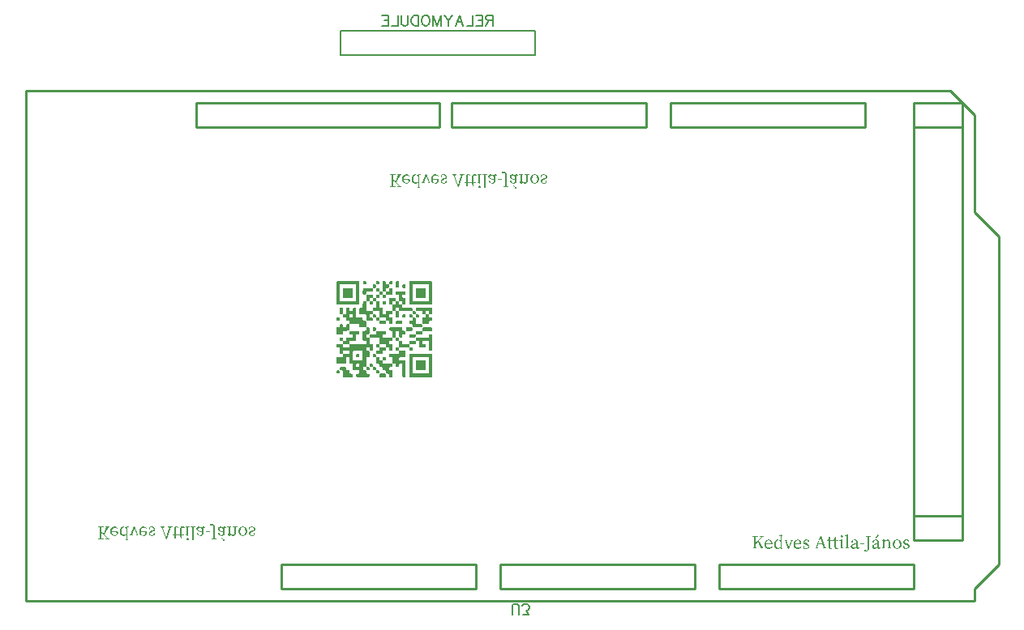
<source format=gbo>
G04 Layer: BottomSilkscreenLayer*
G04 EasyEDA v6.5.50, 2025-05-10 22:03:40*
G04 3dfc61e0309445a68604fa7064afe25b,ba9dcde3079f4f00b3cbb53a4f6625ee,10*
G04 Gerber Generator version 0.2*
G04 Scale: 100 percent, Rotated: No, Reflected: No *
G04 Dimensions in millimeters *
G04 leading zeros omitted , absolute positions ,4 integer and 5 decimal *
%FSLAX45Y45*%
%MOMM*%

%ADD10C,0.1524*%
%ADD11C,0.2540*%
%ADD12C,0.2032*%
%ADD13C,0.2030*%
%ADD14C,0.0155*%

%LPD*%
G36*
X7768996Y127609D02*
G01*
X7744510Y127355D01*
X7741462Y124917D01*
X7739938Y122123D01*
X7739938Y64008D01*
X7741462Y61214D01*
X7744510Y58775D01*
X7769910Y58775D01*
X7772958Y61214D01*
X7774482Y64058D01*
X7774279Y123037D01*
X7771790Y126085D01*
G37*
G36*
X7630972Y127609D02*
G01*
X7606436Y127355D01*
X7603439Y124917D01*
X7601915Y122123D01*
X7601915Y29514D01*
X7603439Y26720D01*
X7606436Y24231D01*
X7630972Y24028D01*
X7633766Y25552D01*
X7636205Y28600D01*
X7636611Y53492D01*
X7638491Y56489D01*
X7641488Y58369D01*
X7666380Y58775D01*
X7669428Y61214D01*
X7670952Y64008D01*
X7670952Y87579D01*
X7669428Y90424D01*
X7666380Y92862D01*
X7641488Y93268D01*
X7638491Y95148D01*
X7636611Y98145D01*
X7636205Y123037D01*
X7633766Y126085D01*
G37*
G36*
X7883652Y127558D02*
G01*
X7881061Y126441D01*
X7878876Y124104D01*
X7878013Y121818D01*
X7878013Y-77012D01*
X7912709Y-77012D01*
X7912709Y90627D01*
X7914944Y92862D01*
X8081619Y93014D01*
X8083245Y92354D01*
X8084870Y90525D01*
X8084870Y-77012D01*
X8082584Y-79298D01*
X7914944Y-79298D01*
X7912709Y-77012D01*
X7878013Y-77012D01*
X7878013Y-108254D01*
X7878876Y-110540D01*
X7881061Y-112877D01*
X7883652Y-113995D01*
X8113826Y-113995D01*
X8116112Y-113131D01*
X8118449Y-110947D01*
X8119567Y-108305D01*
X8119567Y121818D01*
X8118703Y124104D01*
X8116519Y126441D01*
X8114080Y127558D01*
G37*
G36*
X7676388Y127558D02*
G01*
X7673594Y126085D01*
X7671155Y123037D01*
X7671155Y97586D01*
X7673594Y94589D01*
X7676388Y93065D01*
X7699959Y93065D01*
X7702803Y94589D01*
X7705242Y97586D01*
X7705242Y123037D01*
X7702803Y126085D01*
X7699959Y127558D01*
G37*
G36*
X7538364Y127558D02*
G01*
X7535570Y126085D01*
X7533081Y123037D01*
X7533081Y97586D01*
X7535570Y94589D01*
X7538364Y93065D01*
X7561935Y93065D01*
X7564729Y94589D01*
X7567218Y97586D01*
X7567218Y123037D01*
X7564729Y126085D01*
X7561935Y127558D01*
G37*
G36*
X7400340Y127558D02*
G01*
X7397546Y126085D01*
X7395057Y123037D01*
X7395057Y97586D01*
X7397546Y94589D01*
X7400340Y93065D01*
X7423912Y93065D01*
X7426706Y94589D01*
X7429195Y97586D01*
X7429195Y123037D01*
X7426706Y126085D01*
X7423912Y127558D01*
G37*
G36*
X7124446Y127558D02*
G01*
X7121855Y126441D01*
X7119670Y124104D01*
X7118807Y121818D01*
X7118807Y-77012D01*
X7153503Y-77012D01*
X7153503Y90627D01*
X7155738Y92862D01*
X7322413Y93014D01*
X7324039Y92354D01*
X7325664Y90525D01*
X7325664Y-77012D01*
X7323378Y-79298D01*
X7155738Y-79298D01*
X7153503Y-77012D01*
X7118807Y-77012D01*
X7118807Y-108254D01*
X7119670Y-110540D01*
X7121855Y-112877D01*
X7124446Y-113995D01*
X7354620Y-113995D01*
X7356906Y-113131D01*
X7359243Y-110947D01*
X7360361Y-108305D01*
X7360361Y121818D01*
X7359497Y124104D01*
X7357313Y126441D01*
X7354874Y127558D01*
G37*
G36*
X7814462Y93065D02*
G01*
X7811617Y91541D01*
X7809179Y88544D01*
X7809179Y63093D01*
X7811617Y60045D01*
X7814462Y58572D01*
X7838033Y58572D01*
X7840827Y60045D01*
X7843266Y63093D01*
X7843266Y88544D01*
X7840827Y91541D01*
X7838033Y93065D01*
G37*
G36*
X7503871Y93065D02*
G01*
X7501077Y91541D01*
X7498588Y88544D01*
X7498588Y63093D01*
X7501077Y60045D01*
X7503871Y58572D01*
X7527442Y58572D01*
X7530236Y60045D01*
X7532725Y63093D01*
X7532725Y88544D01*
X7530236Y91541D01*
X7527442Y93065D01*
G37*
G36*
X7952486Y58572D02*
G01*
X7949692Y57048D01*
X7947202Y54000D01*
X7947202Y-40436D01*
X7949692Y-43484D01*
X7952486Y-44958D01*
X8044789Y-44958D01*
X8047075Y-44094D01*
X8049412Y-41910D01*
X8050530Y-39319D01*
X8050530Y52832D01*
X8049666Y55117D01*
X8047481Y57454D01*
X8045043Y58521D01*
G37*
G36*
X7676388Y58572D02*
G01*
X7673594Y57048D01*
X7671155Y54000D01*
X7670749Y29108D01*
X7668869Y26111D01*
X7665872Y24231D01*
X7640980Y23825D01*
X7637932Y21386D01*
X7636408Y18592D01*
X7636611Y-5943D01*
X7639100Y-8940D01*
X7641894Y-10464D01*
X7699959Y-10464D01*
X7702803Y-8940D01*
X7705242Y-5943D01*
X7705242Y54000D01*
X7702803Y57048D01*
X7699959Y58572D01*
G37*
G36*
X7538364Y58572D02*
G01*
X7535570Y57048D01*
X7533081Y54000D01*
X7533081Y28600D01*
X7535570Y25552D01*
X7538364Y24028D01*
X7561935Y24028D01*
X7564729Y25552D01*
X7567218Y28600D01*
X7567218Y54000D01*
X7564729Y57048D01*
X7561935Y58572D01*
G37*
G36*
X7400340Y58572D02*
G01*
X7397546Y57048D01*
X7395057Y54000D01*
X7394854Y-4978D01*
X7396378Y-7823D01*
X7399426Y-10261D01*
X7423912Y-10464D01*
X7426706Y-8940D01*
X7429195Y-5943D01*
X7429550Y18948D01*
X7431430Y21996D01*
X7434427Y23825D01*
X7493863Y24231D01*
X7496911Y26720D01*
X7498435Y29514D01*
X7498181Y54000D01*
X7495743Y57048D01*
X7492949Y58572D01*
G37*
G36*
X7193280Y58572D02*
G01*
X7190486Y57048D01*
X7187996Y54000D01*
X7187996Y-40436D01*
X7190486Y-43484D01*
X7193280Y-44958D01*
X7285583Y-44958D01*
X7287869Y-44094D01*
X7290206Y-41910D01*
X7291324Y-39319D01*
X7291324Y52832D01*
X7290460Y55117D01*
X7288275Y57454D01*
X7285837Y58521D01*
G37*
G36*
X7745425Y24028D02*
G01*
X7742631Y22555D01*
X7740142Y19507D01*
X7739938Y-4978D01*
X7741462Y-7823D01*
X7744510Y-10261D01*
X7769402Y-10668D01*
X7772400Y-12547D01*
X7774279Y-15544D01*
X7774686Y-74828D01*
X7776514Y-77419D01*
X7779156Y-79298D01*
X7803896Y-79705D01*
X7806893Y-81534D01*
X7808772Y-84531D01*
X7809179Y-109423D01*
X7811617Y-112471D01*
X7814462Y-113995D01*
X7838948Y-113792D01*
X7841996Y-111302D01*
X7843469Y-108508D01*
X7843469Y-50444D01*
X7841996Y-47650D01*
X7838948Y-45161D01*
X7814056Y-44754D01*
X7811058Y-42875D01*
X7809179Y-39878D01*
X7809179Y-15544D01*
X7811058Y-12547D01*
X7814056Y-10668D01*
X7838948Y-10261D01*
X7841996Y-7823D01*
X7843520Y-4978D01*
X7843266Y19507D01*
X7840827Y22555D01*
X7838033Y24028D01*
G37*
G36*
X7572857Y24028D02*
G01*
X7570063Y22555D01*
X7567625Y19507D01*
X7567625Y-5943D01*
X7570063Y-8940D01*
X7572857Y-10464D01*
X7596428Y-10464D01*
X7599273Y-8940D01*
X7601712Y-5943D01*
X7601712Y19507D01*
X7599273Y22555D01*
X7596428Y24028D01*
G37*
G36*
X7607401Y-10464D02*
G01*
X7604607Y-11988D01*
X7602118Y-14985D01*
X7602118Y-40436D01*
X7604607Y-43484D01*
X7607401Y-44958D01*
X7630972Y-44958D01*
X7633766Y-43484D01*
X7636205Y-40436D01*
X7636205Y-14985D01*
X7633766Y-11988D01*
X7630972Y-10464D01*
G37*
G36*
X7538364Y-10464D02*
G01*
X7535570Y-11988D01*
X7533081Y-14985D01*
X7533081Y-40436D01*
X7535570Y-43484D01*
X7538364Y-44958D01*
X7561935Y-44958D01*
X7564729Y-43484D01*
X7567218Y-40436D01*
X7567218Y-14985D01*
X7564729Y-11988D01*
X7561935Y-10464D01*
G37*
G36*
X7492898Y-10464D02*
G01*
X7433919Y-10668D01*
X7430871Y-13106D01*
X7429398Y-15951D01*
X7429398Y-74015D01*
X7430871Y-76809D01*
X7433919Y-79298D01*
X7458405Y-79502D01*
X7461199Y-77978D01*
X7463688Y-74930D01*
X7464094Y-50038D01*
X7465974Y-47040D01*
X7468971Y-45161D01*
X7493863Y-44754D01*
X7496911Y-42316D01*
X7498435Y-39471D01*
X7498181Y-14985D01*
X7495743Y-11988D01*
G37*
G36*
X7734452Y-44958D02*
G01*
X7675473Y-45161D01*
X7672425Y-47650D01*
X7670952Y-50444D01*
X7670952Y-108508D01*
X7672425Y-111302D01*
X7675473Y-113792D01*
X7699959Y-113995D01*
X7702803Y-112471D01*
X7705242Y-109423D01*
X7705648Y-84531D01*
X7707528Y-81534D01*
X7710525Y-79705D01*
X7735417Y-79298D01*
X7738465Y-76809D01*
X7739989Y-74015D01*
X7739735Y-49530D01*
X7737297Y-46482D01*
G37*
G36*
X7503871Y-44958D02*
G01*
X7501077Y-46482D01*
X7498588Y-49530D01*
X7498588Y-74930D01*
X7501077Y-77978D01*
X7503871Y-79451D01*
X7527442Y-79451D01*
X7530236Y-77978D01*
X7532725Y-74930D01*
X7532725Y-49530D01*
X7530236Y-46482D01*
X7527442Y-44958D01*
G37*
G36*
X7745425Y-79451D02*
G01*
X7742631Y-80975D01*
X7740142Y-84023D01*
X7739735Y-108915D01*
X7737906Y-111912D01*
X7734909Y-113792D01*
X7709966Y-114198D01*
X7706969Y-116636D01*
X7705445Y-119430D01*
X7705445Y-177546D01*
X7706969Y-180340D01*
X7709966Y-182778D01*
X7734452Y-183032D01*
X7737297Y-181508D01*
X7739735Y-178460D01*
X7740142Y-153568D01*
X7742021Y-150571D01*
X7745018Y-148691D01*
X7769402Y-148691D01*
X7772400Y-150571D01*
X7774279Y-153568D01*
X7774686Y-178460D01*
X7777124Y-181508D01*
X7779918Y-182981D01*
X7907020Y-182981D01*
X7909864Y-181508D01*
X7912303Y-178460D01*
X7912506Y-153974D01*
X7910982Y-151130D01*
X7907985Y-148691D01*
X7814056Y-148285D01*
X7811058Y-146405D01*
X7809179Y-143408D01*
X7808772Y-118668D01*
X7806893Y-116027D01*
X7804302Y-114198D01*
X7779562Y-113792D01*
X7776514Y-111912D01*
X7774686Y-108915D01*
X7774279Y-84023D01*
X7771790Y-80975D01*
X7768996Y-79451D01*
G37*
G36*
X7607401Y-79451D02*
G01*
X7604607Y-80975D01*
X7602118Y-84023D01*
X7602118Y-109423D01*
X7604607Y-112471D01*
X7607401Y-113995D01*
X7630972Y-113995D01*
X7633766Y-112471D01*
X7636205Y-109423D01*
X7636205Y-84023D01*
X7633766Y-80975D01*
X7630972Y-79451D01*
G37*
G36*
X7538364Y-79451D02*
G01*
X7535570Y-80975D01*
X7533081Y-84023D01*
X7532725Y-143408D01*
X7530846Y-146405D01*
X7527848Y-148285D01*
X7502906Y-148691D01*
X7499908Y-151130D01*
X7498384Y-153974D01*
X7498384Y-177546D01*
X7499908Y-180340D01*
X7502956Y-182778D01*
X7562342Y-183184D01*
X7565339Y-185064D01*
X7567218Y-188061D01*
X7567625Y-247345D01*
X7569453Y-249936D01*
X7572095Y-251815D01*
X7631379Y-252221D01*
X7634376Y-254101D01*
X7636205Y-257098D01*
X7636611Y-281838D01*
X7638491Y-284480D01*
X7641081Y-286308D01*
X7665872Y-286715D01*
X7668869Y-288594D01*
X7670749Y-291592D01*
X7671155Y-316484D01*
X7673594Y-319532D01*
X7676438Y-321056D01*
X7700924Y-320852D01*
X7703921Y-318363D01*
X7705445Y-315569D01*
X7705445Y-257505D01*
X7703921Y-254660D01*
X7700924Y-252221D01*
X7676032Y-251815D01*
X7673035Y-249936D01*
X7671155Y-246938D01*
X7671155Y-222605D01*
X7673035Y-219557D01*
X7676032Y-217728D01*
X7700924Y-217322D01*
X7703921Y-214833D01*
X7705445Y-212039D01*
X7705242Y-187553D01*
X7702803Y-184505D01*
X7699959Y-182981D01*
X7641894Y-182981D01*
X7639100Y-184505D01*
X7636611Y-187553D01*
X7636205Y-212445D01*
X7634376Y-215442D01*
X7631379Y-217322D01*
X7606995Y-217322D01*
X7603998Y-215442D01*
X7602118Y-212445D01*
X7601712Y-153162D01*
X7599883Y-150571D01*
X7597241Y-148691D01*
X7572502Y-148285D01*
X7569504Y-146405D01*
X7567625Y-143408D01*
X7567218Y-84023D01*
X7564729Y-80975D01*
X7561935Y-79451D01*
G37*
G36*
X7469378Y-79451D02*
G01*
X7466533Y-80975D01*
X7464094Y-84023D01*
X7464094Y-109423D01*
X7466533Y-112471D01*
X7469378Y-113995D01*
X7492949Y-113995D01*
X7495743Y-112471D01*
X7498181Y-109423D01*
X7498181Y-84023D01*
X7495743Y-80975D01*
X7492949Y-79451D01*
G37*
G36*
X7400340Y-79451D02*
G01*
X7397546Y-80975D01*
X7395057Y-84023D01*
X7394651Y-143408D01*
X7392771Y-146405D01*
X7389774Y-148285D01*
X7364882Y-148691D01*
X7361885Y-151130D01*
X7360361Y-153974D01*
X7360361Y-212039D01*
X7361885Y-214833D01*
X7364882Y-217322D01*
X7424318Y-217728D01*
X7427315Y-219557D01*
X7429195Y-222605D01*
X7429550Y-281990D01*
X7432040Y-285038D01*
X7434834Y-286512D01*
X7492949Y-286512D01*
X7495743Y-285038D01*
X7498181Y-281990D01*
X7498435Y-257505D01*
X7496911Y-254660D01*
X7493863Y-252221D01*
X7468971Y-251815D01*
X7465974Y-249936D01*
X7464094Y-246938D01*
X7464094Y-222605D01*
X7465974Y-219557D01*
X7468971Y-217728D01*
X7493863Y-217322D01*
X7496911Y-214833D01*
X7498384Y-212039D01*
X7498384Y-188468D01*
X7496911Y-185674D01*
X7493863Y-183184D01*
X7434427Y-182778D01*
X7431430Y-180949D01*
X7429550Y-177952D01*
X7429195Y-84023D01*
X7426706Y-80975D01*
X7423912Y-79451D01*
G37*
G36*
X7952486Y-148488D02*
G01*
X7949692Y-150012D01*
X7947202Y-153060D01*
X7946999Y-177546D01*
X7948523Y-180340D01*
X7951571Y-182778D01*
X8010956Y-183184D01*
X8013953Y-185064D01*
X8015833Y-188061D01*
X8016240Y-212953D01*
X8018678Y-216001D01*
X8021523Y-217525D01*
X8045094Y-217525D01*
X8047888Y-216001D01*
X8050326Y-212953D01*
X8050733Y-188061D01*
X8052612Y-185064D01*
X8055609Y-183184D01*
X8079994Y-183184D01*
X8082991Y-185064D01*
X8084870Y-188061D01*
X8085277Y-212953D01*
X8087715Y-216001D01*
X8090509Y-217525D01*
X8115046Y-217322D01*
X8118043Y-214833D01*
X8119567Y-212039D01*
X8119364Y-153060D01*
X8116925Y-150012D01*
X8114080Y-148488D01*
G37*
G36*
X7227773Y-148488D02*
G01*
X7224979Y-150012D01*
X7222540Y-153060D01*
X7222134Y-212445D01*
X7220254Y-215442D01*
X7217257Y-217322D01*
X7192365Y-217728D01*
X7189317Y-220167D01*
X7187793Y-222961D01*
X7187793Y-246532D01*
X7188011Y-246938D01*
X7257034Y-246938D01*
X7257034Y-222605D01*
X7258913Y-219557D01*
X7261910Y-217728D01*
X7285024Y-217576D01*
X7287666Y-218338D01*
X7290511Y-221132D01*
X7291374Y-224485D01*
X7291120Y-246938D01*
X7289241Y-249936D01*
X7286244Y-251815D01*
X7261910Y-251815D01*
X7258913Y-249936D01*
X7257034Y-246938D01*
X7188011Y-246938D01*
X7189317Y-249377D01*
X7192365Y-251815D01*
X7217257Y-252221D01*
X7220254Y-254101D01*
X7222134Y-257098D01*
X7222540Y-281838D01*
X7224369Y-284480D01*
X7227011Y-286308D01*
X7251750Y-286715D01*
X7254748Y-288594D01*
X7256627Y-291592D01*
X7257034Y-316382D01*
X7258913Y-318973D01*
X7261504Y-320852D01*
X7355281Y-321259D01*
X7358278Y-323088D01*
X7360158Y-326136D01*
X7360564Y-351028D01*
X7363002Y-354025D01*
X7365847Y-355549D01*
X7423912Y-355549D01*
X7426706Y-354025D01*
X7429195Y-351028D01*
X7429398Y-291998D01*
X7427874Y-289204D01*
X7424826Y-286715D01*
X7399934Y-286308D01*
X7396937Y-284480D01*
X7395057Y-281432D01*
X7394651Y-256692D01*
X7392822Y-254101D01*
X7390180Y-252221D01*
X7330897Y-251815D01*
X7327900Y-249936D01*
X7326071Y-246938D01*
X7325664Y-153060D01*
X7323175Y-150012D01*
X7320381Y-148488D01*
X7296810Y-148488D01*
X7294016Y-150012D01*
X7291527Y-153009D01*
X7291120Y-177952D01*
X7289241Y-180949D01*
X7286244Y-182778D01*
X7261910Y-182778D01*
X7258913Y-180949D01*
X7257034Y-177952D01*
X7256627Y-153009D01*
X7254189Y-150012D01*
X7251344Y-148488D01*
G37*
G36*
X7182307Y-148488D02*
G01*
X7157821Y-148691D01*
X7154824Y-151130D01*
X7153300Y-153974D01*
X7153300Y-212039D01*
X7154824Y-214833D01*
X7157821Y-217322D01*
X7183272Y-217322D01*
X7186320Y-214833D01*
X7187793Y-212039D01*
X7187590Y-153060D01*
X7185152Y-150012D01*
G37*
G36*
X7917992Y-182981D02*
G01*
X7915148Y-184505D01*
X7912709Y-187553D01*
X7912709Y-212953D01*
X7915148Y-216001D01*
X7917992Y-217525D01*
X7941564Y-217525D01*
X7944358Y-216001D01*
X7946796Y-212953D01*
X7946796Y-187553D01*
X7944358Y-184505D01*
X7941564Y-182981D01*
G37*
G36*
X7768996Y-182981D02*
G01*
X7744510Y-183184D01*
X7741462Y-185674D01*
X7739938Y-188468D01*
X7739938Y-246532D01*
X7741462Y-249377D01*
X7744510Y-251815D01*
X7769910Y-251815D01*
X7772958Y-249377D01*
X7774482Y-246532D01*
X7774279Y-187553D01*
X7771790Y-184505D01*
G37*
G36*
X8056016Y-217525D02*
G01*
X8053222Y-218998D01*
X8050733Y-222046D01*
X8050326Y-246938D01*
X8048447Y-249936D01*
X8045450Y-251815D01*
X8020558Y-252221D01*
X8017560Y-254660D01*
X8016036Y-257505D01*
X8016036Y-315569D01*
X8017560Y-318363D01*
X8020558Y-320852D01*
X8079587Y-321056D01*
X8082381Y-319532D01*
X8084870Y-316484D01*
X8085277Y-291592D01*
X8087106Y-288594D01*
X8090153Y-286715D01*
X8115046Y-286308D01*
X8118043Y-283870D01*
X8119567Y-281076D01*
X8119567Y-257505D01*
X8118043Y-254660D01*
X8115046Y-252221D01*
X8090153Y-251815D01*
X8087106Y-249936D01*
X8085277Y-246938D01*
X8084870Y-222046D01*
X8082381Y-218998D01*
X8079587Y-217525D01*
G37*
G36*
X7952486Y-217525D02*
G01*
X7949692Y-218998D01*
X7947202Y-222046D01*
X7947202Y-247497D01*
X7949692Y-250494D01*
X7952486Y-252018D01*
X7976057Y-252018D01*
X7978851Y-250494D01*
X7981340Y-247497D01*
X7981340Y-222046D01*
X7978851Y-218998D01*
X7976057Y-217525D01*
G37*
G36*
X7883448Y-217525D02*
G01*
X7880654Y-218998D01*
X7878216Y-222046D01*
X7878216Y-247497D01*
X7880654Y-250494D01*
X7883448Y-252018D01*
X7907020Y-252018D01*
X7909864Y-250494D01*
X7912303Y-247497D01*
X7912303Y-222046D01*
X7909864Y-218998D01*
X7907020Y-217525D01*
G37*
G36*
X7814462Y-217525D02*
G01*
X7811617Y-218998D01*
X7809179Y-222046D01*
X7809179Y-247497D01*
X7811617Y-250494D01*
X7814462Y-252018D01*
X7838033Y-252018D01*
X7840827Y-250494D01*
X7843266Y-247497D01*
X7843266Y-222046D01*
X7840827Y-218998D01*
X7838033Y-217525D01*
G37*
G36*
X7503871Y-217525D02*
G01*
X7501077Y-218998D01*
X7498588Y-222046D01*
X7498588Y-247497D01*
X7501077Y-250494D01*
X7503871Y-252018D01*
X7527442Y-252018D01*
X7530236Y-250494D01*
X7532725Y-247497D01*
X7532725Y-222046D01*
X7530236Y-218998D01*
X7527442Y-217525D01*
G37*
G36*
X7917992Y-252018D02*
G01*
X7915148Y-253542D01*
X7912709Y-256540D01*
X7912303Y-281432D01*
X7910423Y-284480D01*
X7907426Y-286308D01*
X7882534Y-286715D01*
X7879486Y-289204D01*
X7878013Y-291998D01*
X7878013Y-315569D01*
X7879486Y-318363D01*
X7882534Y-320852D01*
X7907426Y-321259D01*
X7910423Y-323088D01*
X7912303Y-326136D01*
X7912709Y-351028D01*
X7915148Y-354025D01*
X7917992Y-355549D01*
X8010550Y-355549D01*
X8013395Y-354025D01*
X8015833Y-351028D01*
X8016036Y-326542D01*
X8014512Y-323697D01*
X8011515Y-321259D01*
X7952079Y-320852D01*
X7949082Y-318973D01*
X7947202Y-315976D01*
X7946796Y-256540D01*
X7944358Y-253542D01*
X7941564Y-252018D01*
G37*
G36*
X7538364Y-252018D02*
G01*
X7535570Y-253542D01*
X7533081Y-256540D01*
X7533081Y-281990D01*
X7535570Y-285038D01*
X7538364Y-286512D01*
X7561935Y-286512D01*
X7564729Y-285038D01*
X7567218Y-281990D01*
X7567218Y-256540D01*
X7564729Y-253542D01*
X7561935Y-252018D01*
G37*
G36*
X7124242Y-252018D02*
G01*
X7121448Y-253542D01*
X7119010Y-256540D01*
X7119010Y-281990D01*
X7121448Y-285038D01*
X7124242Y-286512D01*
X7147814Y-286512D01*
X7150658Y-285038D01*
X7153097Y-281990D01*
X7153097Y-256540D01*
X7150658Y-253542D01*
X7147814Y-252018D01*
G37*
G36*
X7745425Y-286512D02*
G01*
X7742631Y-288036D01*
X7740142Y-291084D01*
X7740142Y-316484D01*
X7742631Y-319532D01*
X7745425Y-321056D01*
X7803489Y-321056D01*
X7806334Y-319532D01*
X7808772Y-316484D01*
X7808772Y-291084D01*
X7806334Y-288036D01*
X7803489Y-286512D01*
G37*
G36*
X7572857Y-286512D02*
G01*
X7570063Y-288036D01*
X7567625Y-291084D01*
X7567625Y-316484D01*
X7570063Y-319532D01*
X7572857Y-321056D01*
X7630972Y-321056D01*
X7633766Y-319532D01*
X7636205Y-316484D01*
X7636205Y-291084D01*
X7633766Y-288036D01*
X7630972Y-286512D01*
G37*
G36*
X7158786Y-321056D02*
G01*
X7155942Y-322529D01*
X7153503Y-325577D01*
X7153097Y-350469D01*
X7151217Y-353466D01*
X7148220Y-355346D01*
X7123328Y-355752D01*
X7120280Y-358190D01*
X7118756Y-361035D01*
X7119010Y-420014D01*
X7121448Y-423062D01*
X7124242Y-424586D01*
X7182358Y-424586D01*
X7185152Y-423062D01*
X7187590Y-420014D01*
X7187996Y-395122D01*
X7189876Y-392125D01*
X7192873Y-390245D01*
X7252309Y-389839D01*
X7255306Y-387400D01*
X7256830Y-384556D01*
X7256627Y-325577D01*
X7254189Y-322529D01*
X7251344Y-321056D01*
X7227773Y-321056D01*
X7224979Y-322529D01*
X7222540Y-325577D01*
X7222134Y-350469D01*
X7220254Y-353466D01*
X7217257Y-355346D01*
X7192873Y-355346D01*
X7189876Y-353466D01*
X7187996Y-350469D01*
X7187590Y-325577D01*
X7185152Y-322529D01*
X7182358Y-321056D01*
G37*
G36*
X8021523Y-355549D02*
G01*
X8018678Y-357073D01*
X8016240Y-360070D01*
X8016240Y-385521D01*
X8018678Y-388569D01*
X8021523Y-390042D01*
X8114080Y-390042D01*
X8116925Y-388569D01*
X8119364Y-385521D01*
X8119364Y-360070D01*
X8116925Y-357073D01*
X8114080Y-355549D01*
G37*
G36*
X7848955Y-355549D02*
G01*
X7846161Y-357073D01*
X7843672Y-360070D01*
X7843672Y-385521D01*
X7846161Y-388569D01*
X7848955Y-390042D01*
X7907020Y-390042D01*
X7909864Y-388569D01*
X7912303Y-385521D01*
X7912303Y-360070D01*
X7909864Y-357073D01*
X7907020Y-355549D01*
G37*
G36*
X7676388Y-355549D02*
G01*
X7673594Y-357073D01*
X7671155Y-360070D01*
X7670901Y-384556D01*
X7672425Y-387400D01*
X7675473Y-389839D01*
X7700365Y-390245D01*
X7703362Y-392125D01*
X7705242Y-395122D01*
X7705648Y-454507D01*
X7708087Y-457555D01*
X7710931Y-459079D01*
X7734503Y-459079D01*
X7737297Y-457555D01*
X7739735Y-454507D01*
X7740142Y-395122D01*
X7742021Y-392125D01*
X7745018Y-390245D01*
X7769402Y-390245D01*
X7772400Y-392125D01*
X7774279Y-395122D01*
X7774686Y-454507D01*
X7777124Y-457555D01*
X7779918Y-459079D01*
X7803489Y-459079D01*
X7806334Y-457555D01*
X7808772Y-454558D01*
X7809179Y-429615D01*
X7811058Y-426618D01*
X7814056Y-424789D01*
X7838948Y-424383D01*
X7841996Y-421893D01*
X7843469Y-419100D01*
X7843469Y-395528D01*
X7841996Y-392734D01*
X7838948Y-390245D01*
X7814056Y-389839D01*
X7811058Y-388010D01*
X7809179Y-384962D01*
X7808772Y-360070D01*
X7806334Y-357073D01*
X7803489Y-355549D01*
G37*
G36*
X7503871Y-355549D02*
G01*
X7501077Y-357073D01*
X7498588Y-360070D01*
X7498588Y-385521D01*
X7501077Y-388569D01*
X7503871Y-390042D01*
X7527442Y-390042D01*
X7530236Y-388569D01*
X7532725Y-385521D01*
X7532725Y-360070D01*
X7530236Y-357073D01*
X7527442Y-355549D01*
G37*
G36*
X7434834Y-355549D02*
G01*
X7432040Y-357073D01*
X7429550Y-360070D01*
X7429195Y-384962D01*
X7427315Y-388010D01*
X7424318Y-389839D01*
X7399426Y-390245D01*
X7396378Y-392734D01*
X7394854Y-395528D01*
X7394854Y-488137D01*
X7396378Y-490931D01*
X7399426Y-493369D01*
X7424318Y-493776D01*
X7427315Y-495655D01*
X7429195Y-498652D01*
X7429195Y-523036D01*
X7427315Y-526034D01*
X7424318Y-527862D01*
X7261504Y-528269D01*
X7258913Y-530148D01*
X7257034Y-532739D01*
X7256627Y-557530D01*
X7254748Y-560527D01*
X7251750Y-562406D01*
X7192873Y-562406D01*
X7189876Y-560527D01*
X7187996Y-557530D01*
X7187590Y-532638D01*
X7185152Y-529590D01*
X7182358Y-528116D01*
X7124242Y-528116D01*
X7121448Y-529590D01*
X7119010Y-532638D01*
X7118756Y-557123D01*
X7120280Y-559917D01*
X7123328Y-562406D01*
X7148220Y-562813D01*
X7151217Y-564692D01*
X7153097Y-567690D01*
X7153503Y-627075D01*
X7155942Y-630123D01*
X7158786Y-631596D01*
X7182358Y-631596D01*
X7185152Y-630123D01*
X7187590Y-627075D01*
X7187996Y-602183D01*
X7189876Y-599186D01*
X7192873Y-597306D01*
X7251750Y-597306D01*
X7254748Y-599186D01*
X7256627Y-602183D01*
X7256627Y-626516D01*
X7254748Y-629564D01*
X7251750Y-631393D01*
X7192467Y-631799D01*
X7189876Y-633679D01*
X7187996Y-636270D01*
X7187590Y-661060D01*
X7185761Y-664057D01*
X7182713Y-665937D01*
X7123328Y-666343D01*
X7120280Y-668782D01*
X7118756Y-671626D01*
X7119010Y-730605D01*
X7121448Y-733653D01*
X7124242Y-735126D01*
X7216851Y-735126D01*
X7219645Y-733653D01*
X7222134Y-730605D01*
X7222540Y-671220D01*
X7224369Y-668172D01*
X7227417Y-666343D01*
X7251750Y-666343D01*
X7254748Y-668172D01*
X7256627Y-671220D01*
X7256794Y-695553D01*
X7291527Y-695553D01*
X7291527Y-602183D01*
X7293406Y-599186D01*
X7296403Y-597306D01*
X7388555Y-597154D01*
X7391196Y-597966D01*
X7394041Y-600760D01*
X7394854Y-603961D01*
X7394651Y-695553D01*
X7392771Y-698550D01*
X7389774Y-700430D01*
X7296403Y-700430D01*
X7293406Y-698550D01*
X7291527Y-695553D01*
X7256794Y-695553D01*
X7257034Y-730453D01*
X7258913Y-733094D01*
X7261504Y-734923D01*
X7286244Y-735330D01*
X7289241Y-737209D01*
X7291120Y-740206D01*
X7291287Y-764590D01*
X7326071Y-764590D01*
X7326071Y-740206D01*
X7327900Y-737209D01*
X7330897Y-735330D01*
X7354062Y-735177D01*
X7356703Y-735990D01*
X7359497Y-738784D01*
X7360412Y-742086D01*
X7360158Y-764590D01*
X7358278Y-767588D01*
X7355281Y-769467D01*
X7330897Y-769467D01*
X7327900Y-767588D01*
X7326071Y-764590D01*
X7291287Y-764590D01*
X7291527Y-799490D01*
X7293406Y-802081D01*
X7295997Y-803960D01*
X7355281Y-804367D01*
X7358278Y-806246D01*
X7360158Y-809244D01*
X7360158Y-833577D01*
X7358278Y-836574D01*
X7355281Y-838453D01*
X7330389Y-838860D01*
X7327341Y-841349D01*
X7325817Y-844143D01*
X7326071Y-868629D01*
X7328509Y-871677D01*
X7331303Y-873201D01*
X7458405Y-873201D01*
X7461199Y-871677D01*
X7463688Y-868629D01*
X7463891Y-844143D01*
X7462367Y-841349D01*
X7459319Y-838860D01*
X7434427Y-838453D01*
X7431430Y-836574D01*
X7429550Y-833577D01*
X7429195Y-808837D01*
X7427315Y-806196D01*
X7424724Y-804367D01*
X7399934Y-803960D01*
X7396937Y-802081D01*
X7395057Y-799084D01*
X7395057Y-774750D01*
X7396937Y-771702D01*
X7399934Y-769874D01*
X7424724Y-769467D01*
X7427315Y-767588D01*
X7429195Y-764997D01*
X7429550Y-671220D01*
X7431430Y-668172D01*
X7434427Y-666343D01*
X7459319Y-665937D01*
X7462367Y-663448D01*
X7463891Y-660654D01*
X7463891Y-602589D01*
X7462367Y-599744D01*
X7459319Y-597306D01*
X7434427Y-596900D01*
X7431430Y-595020D01*
X7429550Y-592023D01*
X7429550Y-567690D01*
X7431430Y-564692D01*
X7434427Y-562813D01*
X7458811Y-562813D01*
X7461808Y-564692D01*
X7463688Y-567690D01*
X7464094Y-592582D01*
X7466533Y-595579D01*
X7469378Y-597154D01*
X7493863Y-596900D01*
X7496911Y-594461D01*
X7498384Y-591616D01*
X7498384Y-533552D01*
X7496911Y-530758D01*
X7493863Y-528269D01*
X7468971Y-527862D01*
X7465974Y-526034D01*
X7464094Y-523036D01*
X7463688Y-463753D01*
X7461808Y-461162D01*
X7459218Y-459282D01*
X7434427Y-458876D01*
X7431430Y-456996D01*
X7429550Y-453999D01*
X7429550Y-429615D01*
X7431430Y-426618D01*
X7434427Y-424789D01*
X7459319Y-424383D01*
X7462367Y-421893D01*
X7463891Y-419100D01*
X7463688Y-360070D01*
X7461199Y-357073D01*
X7458405Y-355549D01*
G37*
G36*
X7952486Y-390042D02*
G01*
X7949692Y-391566D01*
X7947202Y-394614D01*
X7947202Y-420014D01*
X7949692Y-423062D01*
X7952486Y-424586D01*
X8010550Y-424586D01*
X8013395Y-423062D01*
X8015833Y-420014D01*
X8015833Y-394614D01*
X8013395Y-391566D01*
X8010550Y-390042D01*
G37*
G36*
X7538364Y-390042D02*
G01*
X7535570Y-391566D01*
X7533081Y-394614D01*
X7532725Y-419506D01*
X7530846Y-422503D01*
X7527848Y-424383D01*
X7468412Y-424789D01*
X7465364Y-427228D01*
X7463891Y-430022D01*
X7463891Y-453593D01*
X7465364Y-456438D01*
X7468412Y-458876D01*
X7562342Y-459282D01*
X7565339Y-461162D01*
X7567218Y-464159D01*
X7567625Y-523443D01*
X7569453Y-526034D01*
X7572095Y-527862D01*
X7631379Y-528269D01*
X7634376Y-530148D01*
X7636205Y-533146D01*
X7636611Y-557936D01*
X7638491Y-560527D01*
X7641081Y-562406D01*
X7665872Y-562813D01*
X7668869Y-564692D01*
X7670749Y-567690D01*
X7671155Y-592582D01*
X7673594Y-595579D01*
X7676438Y-597154D01*
X7700924Y-596900D01*
X7703921Y-594461D01*
X7705445Y-591616D01*
X7705445Y-533552D01*
X7703921Y-530758D01*
X7700924Y-528269D01*
X7676032Y-527862D01*
X7673035Y-526034D01*
X7671155Y-523036D01*
X7671155Y-498652D01*
X7673035Y-495655D01*
X7676032Y-493776D01*
X7700924Y-493369D01*
X7703921Y-490931D01*
X7705445Y-488137D01*
X7705445Y-464566D01*
X7703921Y-461721D01*
X7700924Y-459282D01*
X7606995Y-458876D01*
X7603998Y-456996D01*
X7602118Y-453999D01*
X7602118Y-429615D01*
X7603998Y-426618D01*
X7606995Y-424789D01*
X7631887Y-424383D01*
X7634935Y-421893D01*
X7636459Y-419100D01*
X7636205Y-394614D01*
X7633766Y-391566D01*
X7630972Y-390042D01*
G37*
G36*
X7262317Y-390042D02*
G01*
X7259472Y-391566D01*
X7257034Y-394614D01*
X7256830Y-419100D01*
X7258354Y-421893D01*
X7261352Y-424383D01*
X7286244Y-424789D01*
X7289241Y-426618D01*
X7291120Y-429615D01*
X7291120Y-453999D01*
X7289241Y-456996D01*
X7286244Y-458876D01*
X7227011Y-459282D01*
X7224369Y-461162D01*
X7222540Y-463753D01*
X7222134Y-488492D01*
X7220254Y-491490D01*
X7217257Y-493369D01*
X7192365Y-493776D01*
X7189317Y-496265D01*
X7187793Y-499059D01*
X7187996Y-523544D01*
X7190486Y-526592D01*
X7193280Y-528116D01*
X7251344Y-528116D01*
X7254189Y-526592D01*
X7256627Y-523544D01*
X7257034Y-498652D01*
X7258913Y-495655D01*
X7261910Y-493776D01*
X7321194Y-493369D01*
X7323785Y-491540D01*
X7325664Y-488899D01*
X7326071Y-429615D01*
X7327900Y-426618D01*
X7330897Y-424789D01*
X7355840Y-424383D01*
X7358837Y-421893D01*
X7360361Y-419100D01*
X7360158Y-394614D01*
X7357719Y-391566D01*
X7354874Y-390042D01*
G37*
G36*
X8090509Y-424586D02*
G01*
X8087715Y-426059D01*
X8085277Y-429107D01*
X8084870Y-453999D01*
X8082991Y-456996D01*
X8079994Y-458876D01*
X7951571Y-459282D01*
X7948523Y-461721D01*
X7946999Y-464566D01*
X7946999Y-488137D01*
X7948523Y-490931D01*
X7951571Y-493369D01*
X7976463Y-493776D01*
X7979460Y-495655D01*
X7981340Y-498652D01*
X7981746Y-558038D01*
X7984185Y-561086D01*
X7986979Y-562610D01*
X8045094Y-562610D01*
X8047888Y-561086D01*
X8050326Y-558038D01*
X8050580Y-533552D01*
X8049056Y-530758D01*
X8046008Y-528269D01*
X8021116Y-527862D01*
X8018119Y-526034D01*
X8016240Y-523036D01*
X8016240Y-498652D01*
X8018119Y-495655D01*
X8021116Y-493776D01*
X8079994Y-493776D01*
X8082991Y-495655D01*
X8084870Y-498652D01*
X8085277Y-592582D01*
X8087715Y-595579D01*
X8090509Y-597154D01*
X8115046Y-596900D01*
X8118043Y-594461D01*
X8119567Y-591616D01*
X8119364Y-429107D01*
X8116925Y-426059D01*
X8114080Y-424586D01*
G37*
G36*
X7883448Y-424586D02*
G01*
X7880654Y-426059D01*
X7878216Y-429107D01*
X7878216Y-454507D01*
X7880654Y-457555D01*
X7883448Y-459079D01*
X7941564Y-459079D01*
X7944358Y-457555D01*
X7946796Y-454507D01*
X7946796Y-429107D01*
X7944358Y-426059D01*
X7941564Y-424586D01*
G37*
G36*
X7745425Y-459079D02*
G01*
X7742631Y-460552D01*
X7740142Y-463600D01*
X7740142Y-489051D01*
X7742631Y-492099D01*
X7745425Y-493572D01*
X7768996Y-493572D01*
X7771790Y-492099D01*
X7774279Y-489051D01*
X7774279Y-463600D01*
X7771790Y-460552D01*
X7768996Y-459079D01*
G37*
G36*
X7158786Y-459079D02*
G01*
X7155942Y-460552D01*
X7153503Y-463600D01*
X7153503Y-489051D01*
X7155942Y-492099D01*
X7158786Y-493572D01*
X7182358Y-493572D01*
X7185152Y-492099D01*
X7187590Y-489051D01*
X7187590Y-463600D01*
X7185152Y-460552D01*
X7182358Y-459079D01*
G37*
G36*
X7883448Y-493572D02*
G01*
X7880654Y-495096D01*
X7878216Y-498144D01*
X7878216Y-523544D01*
X7880654Y-526592D01*
X7883448Y-528116D01*
X7941564Y-528116D01*
X7944358Y-526592D01*
X7946796Y-523544D01*
X7946796Y-498144D01*
X7944358Y-495096D01*
X7941564Y-493572D01*
G37*
G36*
X7803489Y-493572D02*
G01*
X7779003Y-493776D01*
X7775956Y-496265D01*
X7774482Y-499059D01*
X7774686Y-558038D01*
X7777124Y-561086D01*
X7779918Y-562610D01*
X7872526Y-562610D01*
X7875320Y-561086D01*
X7877809Y-558038D01*
X7878013Y-533552D01*
X7876489Y-530758D01*
X7873441Y-528269D01*
X7814056Y-527862D01*
X7811058Y-526034D01*
X7809179Y-523036D01*
X7808772Y-498093D01*
X7806334Y-495096D01*
G37*
G36*
X7538364Y-528116D02*
G01*
X7535570Y-529590D01*
X7533081Y-532638D01*
X7533081Y-558038D01*
X7535570Y-561086D01*
X7538364Y-562610D01*
X7561935Y-562610D01*
X7564729Y-561086D01*
X7567218Y-558038D01*
X7567218Y-532638D01*
X7564729Y-529590D01*
X7561935Y-528116D01*
G37*
G36*
X7883448Y-562610D02*
G01*
X7880654Y-564083D01*
X7878216Y-567131D01*
X7878216Y-592582D01*
X7880654Y-595579D01*
X7883448Y-597103D01*
X7907020Y-597103D01*
X7909864Y-595579D01*
X7912303Y-592582D01*
X7912303Y-567131D01*
X7909864Y-564083D01*
X7907020Y-562610D01*
G37*
G36*
X7745425Y-562610D02*
G01*
X7742631Y-564083D01*
X7740142Y-567131D01*
X7740142Y-592582D01*
X7742631Y-595579D01*
X7745425Y-597103D01*
X7768996Y-597103D01*
X7771790Y-595579D01*
X7774279Y-592582D01*
X7774279Y-567131D01*
X7771790Y-564083D01*
X7768996Y-562610D01*
G37*
G36*
X7572857Y-562610D02*
G01*
X7570063Y-564083D01*
X7567625Y-567131D01*
X7567218Y-592023D01*
X7565339Y-595020D01*
X7562342Y-596900D01*
X7537450Y-597306D01*
X7534402Y-599744D01*
X7532878Y-602589D01*
X7533081Y-627075D01*
X7535570Y-630123D01*
X7538364Y-631596D01*
X7596428Y-631596D01*
X7599273Y-630123D01*
X7601712Y-627075D01*
X7602118Y-602183D01*
X7603998Y-599186D01*
X7606995Y-597306D01*
X7631887Y-596900D01*
X7634935Y-594461D01*
X7636459Y-591616D01*
X7636205Y-567131D01*
X7633766Y-564083D01*
X7630972Y-562610D01*
G37*
G36*
X7779918Y-597103D02*
G01*
X7777124Y-598627D01*
X7774686Y-601624D01*
X7774279Y-626516D01*
X7772400Y-629564D01*
X7769402Y-631393D01*
X7675473Y-631799D01*
X7672425Y-634288D01*
X7670952Y-637082D01*
X7670952Y-660654D01*
X7672425Y-663448D01*
X7675473Y-665937D01*
X7700365Y-666343D01*
X7703362Y-668172D01*
X7705242Y-671220D01*
X7705648Y-730453D01*
X7707528Y-733094D01*
X7710119Y-734923D01*
X7734909Y-735330D01*
X7737906Y-737209D01*
X7739735Y-740206D01*
X7740142Y-765098D01*
X7742631Y-768146D01*
X7745425Y-769670D01*
X7768996Y-769670D01*
X7771790Y-768146D01*
X7774279Y-765098D01*
X7774686Y-740206D01*
X7776514Y-737209D01*
X7779562Y-735330D01*
X7803896Y-735330D01*
X7806893Y-737209D01*
X7808772Y-740206D01*
X7809179Y-868629D01*
X7811617Y-871677D01*
X7814462Y-873201D01*
X7838948Y-872998D01*
X7841996Y-870508D01*
X7843469Y-867714D01*
X7843469Y-706120D01*
X7841996Y-703275D01*
X7838948Y-700836D01*
X7779562Y-700430D01*
X7776514Y-698550D01*
X7774686Y-695553D01*
X7774686Y-671220D01*
X7776514Y-668172D01*
X7779562Y-666343D01*
X7838948Y-665937D01*
X7841996Y-663448D01*
X7843520Y-660654D01*
X7843266Y-601624D01*
X7840827Y-598627D01*
X7838033Y-597103D01*
G37*
G36*
X7883652Y-631596D02*
G01*
X7881061Y-632714D01*
X7878876Y-635050D01*
X7878013Y-637336D01*
X7878013Y-836218D01*
X7912709Y-836218D01*
X7912709Y-668578D01*
X7914944Y-666343D01*
X8081619Y-666191D01*
X8083245Y-666851D01*
X8084870Y-668629D01*
X8084870Y-836218D01*
X8082584Y-838453D01*
X7914944Y-838453D01*
X7912709Y-836218D01*
X7878013Y-836218D01*
X7878013Y-867460D01*
X7878876Y-869746D01*
X7881061Y-872083D01*
X7883652Y-873201D01*
X8113826Y-873201D01*
X8116112Y-872337D01*
X8118449Y-870153D01*
X8119567Y-867511D01*
X8119567Y-637336D01*
X8118703Y-635050D01*
X8116519Y-632714D01*
X8114080Y-631647D01*
G37*
G36*
X7503871Y-631596D02*
G01*
X7501077Y-633120D01*
X7498588Y-636168D01*
X7498588Y-661568D01*
X7501077Y-664616D01*
X7503871Y-666140D01*
X7527442Y-666140D01*
X7530236Y-664616D01*
X7532725Y-661568D01*
X7532725Y-636168D01*
X7530236Y-633120D01*
X7527442Y-631596D01*
G37*
G36*
X7331303Y-631596D02*
G01*
X7328509Y-633120D01*
X7326071Y-636168D01*
X7326071Y-661568D01*
X7328509Y-664616D01*
X7331303Y-666140D01*
X7354874Y-666140D01*
X7357719Y-664616D01*
X7360158Y-661568D01*
X7360158Y-636168D01*
X7357719Y-633120D01*
X7354874Y-631596D01*
G37*
G36*
X7561935Y-666089D02*
G01*
X7537450Y-666343D01*
X7534402Y-668782D01*
X7532878Y-671576D01*
X7532878Y-729691D01*
X7534402Y-732485D01*
X7537450Y-734923D01*
X7562342Y-735330D01*
X7565339Y-737209D01*
X7567218Y-740206D01*
X7567625Y-764997D01*
X7569453Y-767588D01*
X7572095Y-769467D01*
X7596835Y-769874D01*
X7599832Y-771702D01*
X7601712Y-774750D01*
X7602118Y-799490D01*
X7603998Y-802081D01*
X7606588Y-803960D01*
X7631379Y-804367D01*
X7634376Y-806246D01*
X7636205Y-809244D01*
X7636611Y-833983D01*
X7638491Y-836625D01*
X7641081Y-838453D01*
X7665872Y-838860D01*
X7668869Y-840740D01*
X7670749Y-843737D01*
X7671155Y-868629D01*
X7673594Y-871677D01*
X7676438Y-873201D01*
X7700924Y-872998D01*
X7703921Y-870508D01*
X7705445Y-867714D01*
X7705445Y-809650D01*
X7703921Y-806805D01*
X7700924Y-804367D01*
X7676032Y-803960D01*
X7673035Y-802081D01*
X7671155Y-799084D01*
X7671155Y-774750D01*
X7673035Y-771702D01*
X7676032Y-769874D01*
X7700924Y-769467D01*
X7703921Y-766978D01*
X7705445Y-764184D01*
X7705445Y-740613D01*
X7703921Y-737819D01*
X7700924Y-735330D01*
X7606995Y-734923D01*
X7603998Y-733094D01*
X7602118Y-730046D01*
X7601712Y-705307D01*
X7599883Y-702716D01*
X7597241Y-700836D01*
X7572502Y-700430D01*
X7569504Y-698550D01*
X7567625Y-695553D01*
X7567218Y-670661D01*
X7564729Y-667613D01*
G37*
G36*
X7607401Y-666140D02*
G01*
X7604607Y-667613D01*
X7602118Y-670661D01*
X7602118Y-696112D01*
X7604607Y-699109D01*
X7607401Y-700633D01*
X7630972Y-700633D01*
X7633766Y-699109D01*
X7636205Y-696112D01*
X7636205Y-670661D01*
X7633766Y-667613D01*
X7630972Y-666140D01*
G37*
G36*
X7952486Y-700633D02*
G01*
X7949692Y-702157D01*
X7947202Y-705154D01*
X7947202Y-799642D01*
X7949692Y-802640D01*
X7952486Y-804164D01*
X8044789Y-804164D01*
X8047075Y-803300D01*
X8049412Y-801116D01*
X8050530Y-798525D01*
X8050530Y-706374D01*
X8049666Y-704088D01*
X8047481Y-701751D01*
X8045043Y-700684D01*
G37*
G36*
X7469378Y-735126D02*
G01*
X7466533Y-736650D01*
X7464094Y-739698D01*
X7464094Y-765098D01*
X7466533Y-768146D01*
X7469378Y-769670D01*
X7492949Y-769670D01*
X7495743Y-768146D01*
X7498181Y-765098D01*
X7498181Y-739698D01*
X7495743Y-736650D01*
X7492949Y-735126D01*
G37*
G36*
X7503871Y-769670D02*
G01*
X7501077Y-771144D01*
X7498588Y-774192D01*
X7498588Y-799642D01*
X7501077Y-802640D01*
X7503871Y-804164D01*
X7527442Y-804164D01*
X7530236Y-802640D01*
X7532725Y-799642D01*
X7532725Y-774192D01*
X7530236Y-771144D01*
X7527442Y-769670D01*
G37*
G36*
X7434834Y-769670D02*
G01*
X7432040Y-771144D01*
X7429550Y-774192D01*
X7429550Y-799642D01*
X7432040Y-802640D01*
X7434834Y-804164D01*
X7458405Y-804164D01*
X7461199Y-802640D01*
X7463688Y-799642D01*
X7463688Y-774192D01*
X7461199Y-771144D01*
X7458405Y-769670D01*
G37*
G36*
X7158786Y-769670D02*
G01*
X7155942Y-771144D01*
X7153503Y-774192D01*
X7153300Y-798677D01*
X7154824Y-801522D01*
X7157821Y-803960D01*
X7182713Y-804367D01*
X7185761Y-806246D01*
X7187590Y-809244D01*
X7187996Y-868629D01*
X7190486Y-871677D01*
X7193280Y-873201D01*
X7285888Y-873201D01*
X7288682Y-871677D01*
X7291120Y-868629D01*
X7291374Y-844143D01*
X7289850Y-841349D01*
X7286802Y-838860D01*
X7261910Y-838453D01*
X7258913Y-836574D01*
X7257034Y-833577D01*
X7256627Y-808837D01*
X7254748Y-806196D01*
X7252157Y-804367D01*
X7227417Y-803960D01*
X7224369Y-802081D01*
X7222540Y-799084D01*
X7222134Y-774192D01*
X7219645Y-771144D01*
X7216851Y-769670D01*
G37*
G36*
X7538364Y-804164D02*
G01*
X7535570Y-805688D01*
X7533081Y-808685D01*
X7533081Y-834136D01*
X7535570Y-837184D01*
X7538364Y-838657D01*
X7561935Y-838657D01*
X7564729Y-837184D01*
X7567218Y-834136D01*
X7567218Y-808685D01*
X7564729Y-805688D01*
X7561935Y-804164D01*
G37*
G36*
X7124242Y-804164D02*
G01*
X7121448Y-805688D01*
X7119010Y-808685D01*
X7119010Y-834136D01*
X7121448Y-837184D01*
X7124242Y-838657D01*
X7147814Y-838657D01*
X7150658Y-837184D01*
X7153097Y-834136D01*
X7153097Y-808685D01*
X7150658Y-805688D01*
X7147814Y-804164D01*
G37*
G36*
X7572857Y-838657D02*
G01*
X7570063Y-840181D01*
X7567625Y-843229D01*
X7567625Y-868629D01*
X7570063Y-871677D01*
X7572857Y-873201D01*
X7630972Y-873201D01*
X7633766Y-871677D01*
X7636205Y-868629D01*
X7636205Y-843229D01*
X7633766Y-840181D01*
X7630972Y-838657D01*
G37*
G36*
X12774676Y-2519680D02*
G01*
X12772034Y-2520086D01*
X12769443Y-2521458D01*
X12766903Y-2523947D01*
X12759791Y-2534767D01*
X12747244Y-2554986D01*
X12751308Y-2558288D01*
X12774930Y-2537460D01*
X12778333Y-2534158D01*
X12780467Y-2531364D01*
X12781483Y-2528976D01*
X12781788Y-2526792D01*
X12781178Y-2523642D01*
X12779552Y-2521407D01*
X12777266Y-2520137D01*
G37*
G36*
X11769852Y-2522982D02*
G01*
X11739880Y-2531110D01*
X11739880Y-2536952D01*
X11756136Y-2538476D01*
X11756136Y-2584704D01*
X11749989Y-2578658D01*
X11743740Y-2574747D01*
X11737289Y-2572613D01*
X11730736Y-2572004D01*
X11724843Y-2572410D01*
X11719255Y-2573578D01*
X11714022Y-2575509D01*
X11709196Y-2578201D01*
X11704828Y-2581554D01*
X11700865Y-2585567D01*
X11697411Y-2590190D01*
X11694515Y-2595422D01*
X11692178Y-2601264D01*
X11690502Y-2607614D01*
X11689435Y-2614472D01*
X11689117Y-2621026D01*
X11706098Y-2621026D01*
X11706656Y-2611323D01*
X11708333Y-2603144D01*
X11710924Y-2596388D01*
X11714327Y-2591003D01*
X11718442Y-2586939D01*
X11723116Y-2584094D01*
X11728297Y-2582468D01*
X11733784Y-2581910D01*
X11738813Y-2582367D01*
X11744045Y-2584043D01*
X11749735Y-2587142D01*
X11755882Y-2592070D01*
X11755882Y-2648458D01*
X11750497Y-2653741D01*
X11745163Y-2657195D01*
X11739626Y-2659075D01*
X11733530Y-2659634D01*
X11727840Y-2659075D01*
X11722608Y-2657398D01*
X11717934Y-2654604D01*
X11713921Y-2650540D01*
X11710619Y-2645206D01*
X11708180Y-2638501D01*
X11706606Y-2630474D01*
X11706098Y-2621026D01*
X11689117Y-2621026D01*
X11689384Y-2628696D01*
X11690400Y-2635199D01*
X11691975Y-2641244D01*
X11694109Y-2646832D01*
X11696801Y-2651861D01*
X11700052Y-2656332D01*
X11703812Y-2660243D01*
X11708028Y-2663494D01*
X11712651Y-2666085D01*
X11717731Y-2667965D01*
X11723166Y-2669133D01*
X11728958Y-2669540D01*
X11737340Y-2668574D01*
X11744553Y-2665780D01*
X11750903Y-2661412D01*
X11756390Y-2655570D01*
X11757406Y-2669032D01*
X11787632Y-2667000D01*
X11787632Y-2660904D01*
X11771884Y-2659126D01*
X11771884Y-2552192D01*
X11772392Y-2524506D01*
G37*
G36*
X12460732Y-2522982D02*
G01*
X12430506Y-2531110D01*
X12430506Y-2536952D01*
X12446508Y-2538476D01*
X12446457Y-2634234D01*
X12446000Y-2658872D01*
X12430506Y-2660904D01*
X12430506Y-2667000D01*
X12478512Y-2667000D01*
X12478512Y-2660904D01*
X12462764Y-2658872D01*
X12462560Y-2642463D01*
X12462510Y-2552192D01*
X12463272Y-2524506D01*
G37*
G36*
X12396724Y-2525776D02*
G01*
X12391745Y-2526639D01*
X12387681Y-2529078D01*
X12384989Y-2532837D01*
X12384024Y-2537714D01*
X12384989Y-2542489D01*
X12387681Y-2546400D01*
X12391745Y-2548940D01*
X12396724Y-2549906D01*
X12401448Y-2548940D01*
X12405410Y-2546400D01*
X12408154Y-2542489D01*
X12409170Y-2537714D01*
X12408154Y-2532837D01*
X12405410Y-2529078D01*
X12401448Y-2526639D01*
G37*
G36*
X12171426Y-2535682D02*
G01*
X12144140Y-2616200D01*
X12152122Y-2616200D01*
X12172188Y-2555748D01*
X12192508Y-2616200D01*
X12144140Y-2616200D01*
X12130024Y-2657856D01*
X12114022Y-2660142D01*
X12114022Y-2667000D01*
X12157456Y-2667000D01*
X12157456Y-2660142D01*
X12138406Y-2657856D01*
X12149836Y-2623820D01*
X12194794Y-2623820D01*
X12206224Y-2657856D01*
X12187174Y-2660142D01*
X12187174Y-2667000D01*
X12240006Y-2667000D01*
X12240006Y-2660142D01*
X12224766Y-2658364D01*
X12182856Y-2535682D01*
G37*
G36*
X11464036Y-2536698D02*
G01*
X11464036Y-2543556D01*
X11482324Y-2545334D01*
X11482527Y-2571038D01*
X11482527Y-2639110D01*
X11482324Y-2658364D01*
X11464036Y-2660142D01*
X11464036Y-2667000D01*
X11518392Y-2667000D01*
X11518392Y-2660142D01*
X11500104Y-2658110D01*
X11499850Y-2621788D01*
X11519154Y-2598420D01*
X11551412Y-2658364D01*
X11535156Y-2660142D01*
X11535156Y-2667000D01*
X11585194Y-2667000D01*
X11585194Y-2660142D01*
X11570208Y-2658364D01*
X11529822Y-2585974D01*
X11562842Y-2545842D01*
X11581384Y-2543556D01*
X11581384Y-2536698D01*
X11536680Y-2536698D01*
X11536680Y-2543556D01*
X11552174Y-2546096D01*
X11499850Y-2610358D01*
X11500104Y-2545334D01*
X11518646Y-2543556D01*
X11518646Y-2536698D01*
G37*
G36*
X12646406Y-2536698D02*
G01*
X12646406Y-2543556D01*
X12666472Y-2545334D01*
X12667996Y-2663190D01*
X12667488Y-2672588D01*
X12665862Y-2680004D01*
X12663170Y-2685846D01*
X12659360Y-2690368D01*
X12654026Y-2685796D01*
X12650266Y-2683052D01*
X12646863Y-2681274D01*
X12643612Y-2680258D01*
X12640310Y-2679954D01*
X12636042Y-2680512D01*
X12632537Y-2682189D01*
X12629997Y-2685084D01*
X12628626Y-2689352D01*
X12631013Y-2693720D01*
X12634874Y-2696464D01*
X12639751Y-2697835D01*
X12645136Y-2698242D01*
X12651282Y-2697784D01*
X12657277Y-2696362D01*
X12662966Y-2693974D01*
X12668199Y-2690672D01*
X12672872Y-2686456D01*
X12676835Y-2681325D01*
X12679883Y-2675229D01*
X12681966Y-2668270D01*
X12683236Y-2660599D01*
X12683998Y-2651861D01*
X12684404Y-2640939D01*
X12684760Y-2545334D01*
X12703048Y-2543556D01*
X12703048Y-2536698D01*
G37*
G36*
X12262358Y-2547874D02*
G01*
X12257278Y-2574290D01*
X12239752Y-2576322D01*
X12239752Y-2583180D01*
X12256262Y-2583180D01*
X12256262Y-2646680D01*
X12256617Y-2652166D01*
X12257735Y-2656890D01*
X12259564Y-2660853D01*
X12262053Y-2664002D01*
X12265253Y-2666441D01*
X12269012Y-2668168D01*
X12273381Y-2669184D01*
X12278360Y-2669540D01*
X12285370Y-2668828D01*
X12291415Y-2666847D01*
X12296597Y-2663748D01*
X12300712Y-2659634D01*
X12296902Y-2655062D01*
X12293346Y-2657551D01*
X12290094Y-2659278D01*
X12286996Y-2660294D01*
X12283694Y-2660650D01*
X12278918Y-2659837D01*
X12275312Y-2657195D01*
X12273026Y-2652623D01*
X12272264Y-2645918D01*
X12272264Y-2583180D01*
X12298680Y-2583180D01*
X12298680Y-2574798D01*
X12272518Y-2574798D01*
X12273534Y-2547874D01*
G37*
G36*
X12327636Y-2547874D02*
G01*
X12322302Y-2574290D01*
X12305030Y-2576322D01*
X12305030Y-2583180D01*
X12321540Y-2583180D01*
X12321286Y-2646680D01*
X12321641Y-2652166D01*
X12322759Y-2656890D01*
X12324588Y-2660853D01*
X12327077Y-2664002D01*
X12330277Y-2666441D01*
X12334036Y-2668168D01*
X12338405Y-2669184D01*
X12343384Y-2669540D01*
X12350394Y-2668828D01*
X12356490Y-2666847D01*
X12361722Y-2663748D01*
X12365990Y-2659634D01*
X12361926Y-2655062D01*
X12358370Y-2657551D01*
X12355118Y-2659278D01*
X12352020Y-2660294D01*
X12348718Y-2660650D01*
X12343993Y-2659837D01*
X12340488Y-2657195D01*
X12338304Y-2652623D01*
X12337542Y-2645918D01*
X12337542Y-2583180D01*
X12363704Y-2583180D01*
X12363704Y-2574798D01*
X12337542Y-2574798D01*
X12338812Y-2547874D01*
G37*
G36*
X11634724Y-2572004D02*
G01*
X11628831Y-2572410D01*
X11623141Y-2573578D01*
X11617706Y-2575509D01*
X11612575Y-2578201D01*
X11607850Y-2581554D01*
X11603532Y-2585516D01*
X11599722Y-2590139D01*
X11596471Y-2595372D01*
X11593880Y-2601163D01*
X11591899Y-2607462D01*
X11590971Y-2612644D01*
X11607292Y-2612644D01*
X11608511Y-2604566D01*
X11610644Y-2597708D01*
X11613489Y-2592019D01*
X11616893Y-2587447D01*
X11620804Y-2583992D01*
X11625021Y-2581554D01*
X11629491Y-2580081D01*
X11633962Y-2579624D01*
X11638483Y-2580081D01*
X11642598Y-2581452D01*
X11646255Y-2583586D01*
X11649405Y-2586380D01*
X11651996Y-2589733D01*
X11653926Y-2593543D01*
X11655145Y-2597759D01*
X11655552Y-2602230D01*
X11655094Y-2606598D01*
X11653469Y-2609951D01*
X11650218Y-2612136D01*
X11644884Y-2612898D01*
X11590971Y-2612644D01*
X11590680Y-2614269D01*
X11590274Y-2621534D01*
X11590629Y-2628900D01*
X11591696Y-2635656D01*
X11593474Y-2641904D01*
X11595862Y-2647543D01*
X11598859Y-2652572D01*
X11602415Y-2656941D01*
X11606530Y-2660751D01*
X11611102Y-2663850D01*
X11616182Y-2666339D01*
X11621719Y-2668117D01*
X11627662Y-2669184D01*
X11633962Y-2669540D01*
X11640210Y-2669133D01*
X11646001Y-2667965D01*
X11651335Y-2666085D01*
X11656161Y-2663494D01*
X11660581Y-2660294D01*
X11664442Y-2656484D01*
X11667896Y-2652064D01*
X11670792Y-2647188D01*
X11666982Y-2644648D01*
X11661648Y-2650388D01*
X11655552Y-2654757D01*
X11648338Y-2657602D01*
X11639550Y-2658618D01*
X11632692Y-2658008D01*
X11626494Y-2656179D01*
X11621058Y-2653131D01*
X11616385Y-2648915D01*
X11612575Y-2643428D01*
X11609781Y-2636774D01*
X11607952Y-2628849D01*
X11607292Y-2619756D01*
X11669776Y-2620010D01*
X11670436Y-2617876D01*
X11671198Y-2612390D01*
X11671300Y-2609088D01*
X11670995Y-2603550D01*
X11670030Y-2598420D01*
X11668556Y-2593644D01*
X11666524Y-2589326D01*
X11663934Y-2585415D01*
X11660936Y-2581960D01*
X11657431Y-2579014D01*
X11653570Y-2576525D01*
X11649354Y-2574594D01*
X11644731Y-2573172D01*
X11639854Y-2572308D01*
G37*
G36*
X11937238Y-2572004D02*
G01*
X11931294Y-2572410D01*
X11925554Y-2573578D01*
X11920067Y-2575509D01*
X11914936Y-2578201D01*
X11910161Y-2581554D01*
X11905843Y-2585516D01*
X11902033Y-2590139D01*
X11898782Y-2595372D01*
X11896140Y-2601163D01*
X11894159Y-2607462D01*
X11893231Y-2612644D01*
X11909806Y-2612644D01*
X11911025Y-2604566D01*
X11913158Y-2597708D01*
X11915952Y-2592019D01*
X11919407Y-2587447D01*
X11923268Y-2583992D01*
X11927433Y-2581554D01*
X11931802Y-2580081D01*
X11936222Y-2579624D01*
X11940794Y-2580081D01*
X11944959Y-2581452D01*
X11948617Y-2583586D01*
X11951766Y-2586380D01*
X11954306Y-2589733D01*
X11956237Y-2593543D01*
X11957405Y-2597759D01*
X11957812Y-2602230D01*
X11957354Y-2606598D01*
X11955729Y-2609951D01*
X11952579Y-2612136D01*
X11947398Y-2612898D01*
X11893231Y-2612644D01*
X11892940Y-2614269D01*
X11892534Y-2621534D01*
X11892889Y-2628900D01*
X11893956Y-2635656D01*
X11895734Y-2641904D01*
X11898122Y-2647543D01*
X11901119Y-2652572D01*
X11904675Y-2656941D01*
X11908840Y-2660751D01*
X11913463Y-2663850D01*
X11918594Y-2666339D01*
X11924131Y-2668117D01*
X11930126Y-2669184D01*
X11936476Y-2669540D01*
X11942724Y-2669133D01*
X11948515Y-2667965D01*
X11953849Y-2666085D01*
X11958675Y-2663494D01*
X11963095Y-2660294D01*
X11966956Y-2656484D01*
X11970410Y-2652064D01*
X11973306Y-2647188D01*
X11969496Y-2644648D01*
X11964009Y-2650388D01*
X11957862Y-2654757D01*
X11950700Y-2657602D01*
X11942064Y-2658618D01*
X11935206Y-2658008D01*
X11929008Y-2656179D01*
X11923572Y-2653131D01*
X11918899Y-2648915D01*
X11915089Y-2643428D01*
X11912295Y-2636774D01*
X11910466Y-2628849D01*
X11909806Y-2619756D01*
X11972290Y-2620010D01*
X11973204Y-2615336D01*
X11973560Y-2609088D01*
X11973255Y-2603550D01*
X11972340Y-2598420D01*
X11970867Y-2593644D01*
X11968835Y-2589326D01*
X11966295Y-2585415D01*
X11963298Y-2581960D01*
X11959844Y-2579014D01*
X11956034Y-2576525D01*
X11951817Y-2574594D01*
X11947245Y-2573172D01*
X11942368Y-2572308D01*
G37*
G36*
X12027154Y-2572004D02*
G01*
X12019432Y-2572613D01*
X12012625Y-2574239D01*
X12006783Y-2576830D01*
X12001957Y-2580284D01*
X11998147Y-2584348D01*
X11995353Y-2588920D01*
X11993676Y-2593949D01*
X11993118Y-2599182D01*
X11993575Y-2603957D01*
X11994845Y-2608224D01*
X11996928Y-2612034D01*
X11999722Y-2615438D01*
X12003176Y-2618435D01*
X12007240Y-2621127D01*
X12011863Y-2623464D01*
X12016994Y-2625598D01*
X12026138Y-2628646D01*
X12034316Y-2632252D01*
X12039904Y-2636113D01*
X12043156Y-2640685D01*
X12044172Y-2646426D01*
X12042800Y-2652725D01*
X12038736Y-2657602D01*
X12031726Y-2660802D01*
X12021820Y-2661920D01*
X12017400Y-2661716D01*
X12013234Y-2661158D01*
X12009374Y-2660192D01*
X12005818Y-2658872D01*
X12001500Y-2640838D01*
X11992356Y-2640838D01*
X11992610Y-2662174D01*
X11999722Y-2665374D01*
X12006783Y-2667660D01*
X12014098Y-2669082D01*
X12022074Y-2669540D01*
X12030760Y-2668930D01*
X12038330Y-2667304D01*
X12044781Y-2664663D01*
X12050115Y-2661208D01*
X12054281Y-2657094D01*
X12057278Y-2652420D01*
X12059056Y-2647289D01*
X12059666Y-2641854D01*
X12059310Y-2637332D01*
X12058192Y-2633167D01*
X12056313Y-2629255D01*
X12053570Y-2625648D01*
X12049912Y-2622296D01*
X12045289Y-2619197D01*
X12039701Y-2616352D01*
X12017959Y-2607614D01*
X12012320Y-2604008D01*
X12009120Y-2599639D01*
X12008104Y-2593848D01*
X12009323Y-2588107D01*
X12012980Y-2583586D01*
X12018924Y-2580690D01*
X12027154Y-2579624D01*
X12030710Y-2579878D01*
X12034215Y-2580538D01*
X12037669Y-2581656D01*
X12041124Y-2583180D01*
X12044934Y-2599690D01*
X12053570Y-2599690D01*
X12054332Y-2580132D01*
X12048032Y-2576626D01*
X12041530Y-2574086D01*
X12034621Y-2572512D01*
G37*
G36*
X12531344Y-2572004D02*
G01*
X12524079Y-2572410D01*
X12517475Y-2573680D01*
X12511481Y-2575712D01*
X12506248Y-2578455D01*
X12501829Y-2581910D01*
X12498222Y-2586024D01*
X12495479Y-2590800D01*
X12493752Y-2596134D01*
X12494564Y-2599334D01*
X12496241Y-2601620D01*
X12498882Y-2603042D01*
X12502388Y-2603500D01*
X12505842Y-2602941D01*
X12508585Y-2601214D01*
X12510719Y-2598369D01*
X12512294Y-2594356D01*
X12515850Y-2581148D01*
X12521844Y-2580030D01*
X12527026Y-2579624D01*
X12531598Y-2579878D01*
X12535509Y-2580690D01*
X12538710Y-2582164D01*
X12541250Y-2584450D01*
X12543180Y-2587650D01*
X12544552Y-2591816D01*
X12545314Y-2597150D01*
X12545568Y-2609850D01*
X12528296Y-2614472D01*
X12523216Y-2616200D01*
X12514529Y-2619603D01*
X12507468Y-2623007D01*
X12501829Y-2626410D01*
X12497562Y-2629865D01*
X12494463Y-2633522D01*
X12492431Y-2637332D01*
X12491313Y-2641346D01*
X12491188Y-2642870D01*
X12507722Y-2642870D01*
X12508433Y-2637586D01*
X12511278Y-2632151D01*
X12517374Y-2626817D01*
X12527788Y-2621788D01*
X12535611Y-2618841D01*
X12545568Y-2615692D01*
X12545568Y-2646680D01*
X12538557Y-2652115D01*
X12533071Y-2655620D01*
X12528296Y-2657551D01*
X12523470Y-2658110D01*
X12517170Y-2657246D01*
X12512141Y-2654503D01*
X12508890Y-2649728D01*
X12507722Y-2642870D01*
X12491188Y-2642870D01*
X12490958Y-2645664D01*
X12491466Y-2651201D01*
X12492990Y-2656027D01*
X12495428Y-2660142D01*
X12498578Y-2663494D01*
X12502438Y-2666136D01*
X12506807Y-2668016D01*
X12511684Y-2669184D01*
X12516866Y-2669540D01*
X12524841Y-2668524D01*
X12531852Y-2665577D01*
X12538659Y-2660650D01*
X12546076Y-2653792D01*
X12548108Y-2660142D01*
X12551765Y-2664917D01*
X12556896Y-2667965D01*
X12563348Y-2669032D01*
X12568275Y-2668524D01*
X12572695Y-2666847D01*
X12576657Y-2663799D01*
X12580112Y-2659126D01*
X12576556Y-2655570D01*
X12574727Y-2657449D01*
X12572898Y-2658922D01*
X12570968Y-2659837D01*
X12568682Y-2660142D01*
X12565735Y-2659532D01*
X12563500Y-2657449D01*
X12562078Y-2653588D01*
X12561570Y-2647696D01*
X12561570Y-2605532D01*
X12561112Y-2597150D01*
X12559741Y-2590088D01*
X12557455Y-2584297D01*
X12554153Y-2579725D01*
X12549936Y-2576271D01*
X12544755Y-2573832D01*
X12538557Y-2572461D01*
G37*
G36*
X12753848Y-2572004D02*
G01*
X12746583Y-2572410D01*
X12739979Y-2573680D01*
X12733985Y-2575712D01*
X12728752Y-2578455D01*
X12724333Y-2581910D01*
X12720726Y-2586024D01*
X12717983Y-2590800D01*
X12716256Y-2596134D01*
X12717068Y-2599334D01*
X12718745Y-2601620D01*
X12721386Y-2603042D01*
X12724892Y-2603500D01*
X12728346Y-2602941D01*
X12731038Y-2601214D01*
X12733121Y-2598369D01*
X12734544Y-2594356D01*
X12738354Y-2581148D01*
X12744145Y-2580030D01*
X12749530Y-2579624D01*
X12754051Y-2579878D01*
X12757912Y-2580690D01*
X12761112Y-2582164D01*
X12763652Y-2584450D01*
X12765633Y-2587650D01*
X12767005Y-2591816D01*
X12767818Y-2597150D01*
X12768072Y-2609850D01*
X12756235Y-2612847D01*
X12750698Y-2614472D01*
X12745720Y-2616200D01*
X12737033Y-2619603D01*
X12729972Y-2623007D01*
X12724333Y-2626410D01*
X12720066Y-2629865D01*
X12716967Y-2633522D01*
X12714935Y-2637332D01*
X12713817Y-2641346D01*
X12713692Y-2642870D01*
X12729972Y-2642870D01*
X12730734Y-2637586D01*
X12733629Y-2632151D01*
X12739725Y-2626817D01*
X12750038Y-2621788D01*
X12758115Y-2618841D01*
X12768072Y-2615692D01*
X12768072Y-2646680D01*
X12760960Y-2652115D01*
X12755473Y-2655620D01*
X12750800Y-2657551D01*
X12745974Y-2658110D01*
X12739624Y-2657246D01*
X12734544Y-2654503D01*
X12731191Y-2649728D01*
X12729972Y-2642870D01*
X12713692Y-2642870D01*
X12713462Y-2645664D01*
X12713970Y-2651201D01*
X12715494Y-2656027D01*
X12717932Y-2660142D01*
X12721082Y-2663494D01*
X12724942Y-2666136D01*
X12729311Y-2668016D01*
X12734188Y-2669184D01*
X12739370Y-2669540D01*
X12747345Y-2668524D01*
X12754254Y-2665577D01*
X12760960Y-2660650D01*
X12768326Y-2653792D01*
X12770459Y-2660142D01*
X12774117Y-2664917D01*
X12779298Y-2667965D01*
X12785852Y-2669032D01*
X12790728Y-2668524D01*
X12795097Y-2666847D01*
X12799009Y-2663799D01*
X12802616Y-2659126D01*
X12799060Y-2655570D01*
X12797231Y-2657449D01*
X12795402Y-2658922D01*
X12793472Y-2659837D01*
X12791186Y-2660142D01*
X12788239Y-2659532D01*
X12786004Y-2657449D01*
X12784582Y-2653588D01*
X12784074Y-2647696D01*
X12784074Y-2605532D01*
X12783616Y-2597150D01*
X12782245Y-2590088D01*
X12779959Y-2584297D01*
X12776657Y-2579725D01*
X12772440Y-2576271D01*
X12767259Y-2573832D01*
X12761061Y-2572461D01*
G37*
G36*
X12876276Y-2572004D02*
G01*
X12871754Y-2572308D01*
X12867182Y-2573274D01*
X12862610Y-2574747D01*
X12858089Y-2576830D01*
X12853619Y-2579420D01*
X12849301Y-2582519D01*
X12845135Y-2586075D01*
X12841224Y-2590038D01*
X12839700Y-2574036D01*
X12837160Y-2572258D01*
X12809728Y-2582926D01*
X12809728Y-2588768D01*
X12825222Y-2590292D01*
X12825730Y-2615946D01*
X12825222Y-2658872D01*
X12810998Y-2660904D01*
X12810998Y-2667000D01*
X12855702Y-2667000D01*
X12855702Y-2660904D01*
X12842240Y-2658872D01*
X12842036Y-2642209D01*
X12841986Y-2597404D01*
X12849148Y-2591358D01*
X12855956Y-2587294D01*
X12862560Y-2584958D01*
X12869164Y-2584196D01*
X12876377Y-2585415D01*
X12881356Y-2589479D01*
X12884251Y-2596845D01*
X12885166Y-2608072D01*
X12884912Y-2658872D01*
X12870434Y-2660904D01*
X12870434Y-2667000D01*
X12915392Y-2667000D01*
X12915392Y-2660904D01*
X12901676Y-2658872D01*
X12901168Y-2626106D01*
X12901168Y-2607564D01*
X12900761Y-2598826D01*
X12899593Y-2591409D01*
X12897662Y-2585262D01*
X12894919Y-2580335D01*
X12891414Y-2576626D01*
X12887147Y-2574036D01*
X12882067Y-2572512D01*
G37*
G36*
X12974574Y-2572004D02*
G01*
X12968884Y-2572359D01*
X12963347Y-2573426D01*
X12957962Y-2575153D01*
X12952831Y-2577592D01*
X12948056Y-2580741D01*
X12943636Y-2584500D01*
X12939725Y-2588971D01*
X12936372Y-2594102D01*
X12933629Y-2599842D01*
X12931597Y-2606294D01*
X12930327Y-2613355D01*
X12929870Y-2621026D01*
X12947650Y-2621026D01*
X12948107Y-2611526D01*
X12949478Y-2603195D01*
X12951663Y-2596083D01*
X12954711Y-2590241D01*
X12958572Y-2585618D01*
X12963194Y-2582316D01*
X12968528Y-2580284D01*
X12974574Y-2579624D01*
X12980517Y-2580284D01*
X12985800Y-2582316D01*
X12990372Y-2585618D01*
X12994182Y-2590241D01*
X12997230Y-2596083D01*
X12999415Y-2603195D01*
X13000786Y-2611526D01*
X13001244Y-2621026D01*
X13000786Y-2630525D01*
X12999415Y-2638755D01*
X12997230Y-2645816D01*
X12994182Y-2651556D01*
X12990372Y-2656078D01*
X12985800Y-2659329D01*
X12980517Y-2661259D01*
X12974574Y-2661920D01*
X12968528Y-2661259D01*
X12963194Y-2659329D01*
X12958572Y-2656078D01*
X12954711Y-2651556D01*
X12951663Y-2645816D01*
X12949478Y-2638755D01*
X12948107Y-2630525D01*
X12947650Y-2621026D01*
X12929870Y-2621026D01*
X12930327Y-2628696D01*
X12931597Y-2635707D01*
X12933629Y-2642108D01*
X12936321Y-2647848D01*
X12939674Y-2652877D01*
X12943535Y-2657297D01*
X12947904Y-2661005D01*
X12952730Y-2664053D01*
X12957860Y-2666441D01*
X12963245Y-2668168D01*
X12968833Y-2669184D01*
X12974574Y-2669540D01*
X12980212Y-2669184D01*
X12985750Y-2668168D01*
X12991084Y-2666492D01*
X12996214Y-2664155D01*
X13000990Y-2661107D01*
X13005409Y-2657398D01*
X13009321Y-2652979D01*
X13012724Y-2647950D01*
X13015468Y-2642209D01*
X13017550Y-2635808D01*
X13018820Y-2628747D01*
X13019278Y-2621026D01*
X13018820Y-2613304D01*
X13017550Y-2606192D01*
X13015468Y-2599740D01*
X13012724Y-2594000D01*
X13009321Y-2588869D01*
X13005409Y-2584399D01*
X13000990Y-2580640D01*
X12996214Y-2577541D01*
X12991084Y-2575102D01*
X12985750Y-2573375D01*
X12980212Y-2572359D01*
G37*
G36*
X13072363Y-2572004D02*
G01*
X13064642Y-2572613D01*
X13057886Y-2574239D01*
X13052094Y-2576830D01*
X13047268Y-2580284D01*
X13043509Y-2584348D01*
X13040766Y-2588920D01*
X13039140Y-2593949D01*
X13038582Y-2599182D01*
X13039039Y-2603957D01*
X13040258Y-2608224D01*
X13042341Y-2612034D01*
X13045084Y-2615438D01*
X13048538Y-2618435D01*
X13052602Y-2621127D01*
X13057276Y-2623464D01*
X13062458Y-2625598D01*
X13071348Y-2628646D01*
X13079679Y-2632252D01*
X13085368Y-2636113D01*
X13088619Y-2640685D01*
X13089636Y-2646426D01*
X13088264Y-2652725D01*
X13084149Y-2657602D01*
X13077088Y-2660802D01*
X13067030Y-2661920D01*
X13062661Y-2661716D01*
X13058546Y-2661158D01*
X13054685Y-2660192D01*
X13051028Y-2658872D01*
X13046963Y-2640838D01*
X13037565Y-2640838D01*
X13038074Y-2662174D01*
X13045033Y-2665374D01*
X13051993Y-2667660D01*
X13059308Y-2669082D01*
X13067284Y-2669540D01*
X13075970Y-2668930D01*
X13083590Y-2667304D01*
X13090093Y-2664663D01*
X13095427Y-2661208D01*
X13099643Y-2657094D01*
X13102691Y-2652420D01*
X13104520Y-2647289D01*
X13105130Y-2641854D01*
X13104774Y-2637332D01*
X13103656Y-2633167D01*
X13101726Y-2629255D01*
X13098932Y-2625648D01*
X13095274Y-2622296D01*
X13090652Y-2619197D01*
X13085063Y-2616352D01*
X13071602Y-2611120D01*
X13063219Y-2607614D01*
X13057632Y-2604008D01*
X13054533Y-2599639D01*
X13053568Y-2593848D01*
X13054736Y-2588107D01*
X13058292Y-2583586D01*
X13064185Y-2580690D01*
X13072363Y-2579624D01*
X13075970Y-2579878D01*
X13079577Y-2580538D01*
X13083133Y-2581656D01*
X13086588Y-2583180D01*
X13090144Y-2599690D01*
X13099034Y-2599690D01*
X13099796Y-2580132D01*
X13093344Y-2576626D01*
X13086842Y-2574086D01*
X13079933Y-2572512D01*
G37*
G36*
X12402566Y-2572258D02*
G01*
X12372594Y-2582672D01*
X12372594Y-2588514D01*
X12388596Y-2590038D01*
X12389104Y-2615692D01*
X12388596Y-2658872D01*
X12373610Y-2660904D01*
X12373610Y-2667000D01*
X12418568Y-2667000D01*
X12418568Y-2660904D01*
X12405106Y-2658872D01*
X12404852Y-2599944D01*
X12405106Y-2574036D01*
G37*
G36*
X11788902Y-2574798D02*
G01*
X11788902Y-2581148D01*
X11800078Y-2582672D01*
X11834876Y-2668270D01*
X11843004Y-2668270D01*
X11874754Y-2583688D01*
X11885930Y-2581148D01*
X11885930Y-2574798D01*
X11849862Y-2574798D01*
X11849862Y-2581148D01*
X11865864Y-2583688D01*
X11843258Y-2648712D01*
X11818620Y-2583180D01*
X11835638Y-2581148D01*
X11835638Y-2574798D01*
G37*
G36*
X12587732Y-2612390D02*
G01*
X12587732Y-2623820D01*
X12632944Y-2623820D01*
X12632944Y-2612390D01*
G37*
G36*
X5812536Y-2407158D02*
G01*
X5807151Y-2407564D01*
X5802274Y-2408936D01*
X5798413Y-2411679D01*
X5796026Y-2416048D01*
X5797397Y-2420315D01*
X5799937Y-2423210D01*
X5803442Y-2424887D01*
X5807710Y-2425446D01*
X5811012Y-2425141D01*
X5814263Y-2424125D01*
X5817666Y-2422347D01*
X5821426Y-2419604D01*
X5826760Y-2415032D01*
X5830570Y-2419553D01*
X5833262Y-2425395D01*
X5834888Y-2432812D01*
X5835396Y-2442210D01*
X5833872Y-2560066D01*
X5813806Y-2561844D01*
X5813806Y-2568702D01*
X5870448Y-2568702D01*
X5870448Y-2561844D01*
X5852160Y-2560066D01*
X5851804Y-2464460D01*
X5851398Y-2453538D01*
X5850636Y-2444800D01*
X5849366Y-2437130D01*
X5847283Y-2430170D01*
X5844235Y-2424074D01*
X5840272Y-2418943D01*
X5835599Y-2414727D01*
X5830366Y-2411425D01*
X5824677Y-2409037D01*
X5818682Y-2407615D01*
G37*
G36*
X4801362Y-2435860D02*
G01*
X4795062Y-2436215D01*
X4789119Y-2437282D01*
X4783582Y-2439060D01*
X4778502Y-2441549D01*
X4773930Y-2444648D01*
X4769815Y-2448458D01*
X4766259Y-2452827D01*
X4763262Y-2457856D01*
X4760874Y-2463495D01*
X4759096Y-2469743D01*
X4758029Y-2476500D01*
X4757674Y-2483866D01*
X4758080Y-2491130D01*
X4758371Y-2492756D01*
X4812284Y-2492502D01*
X4817618Y-2493264D01*
X4820869Y-2495448D01*
X4822494Y-2498801D01*
X4822952Y-2503170D01*
X4822545Y-2507640D01*
X4821326Y-2511856D01*
X4819396Y-2515666D01*
X4816805Y-2519019D01*
X4813655Y-2521813D01*
X4809998Y-2523947D01*
X4805883Y-2525318D01*
X4801362Y-2525776D01*
X4796891Y-2525318D01*
X4792421Y-2523845D01*
X4788204Y-2521407D01*
X4784293Y-2517952D01*
X4780889Y-2513380D01*
X4778044Y-2507691D01*
X4775911Y-2500833D01*
X4774692Y-2492756D01*
X4758371Y-2492756D01*
X4759299Y-2497937D01*
X4761280Y-2504236D01*
X4763871Y-2510028D01*
X4767122Y-2515260D01*
X4770932Y-2519883D01*
X4775250Y-2523845D01*
X4779975Y-2527198D01*
X4785106Y-2529890D01*
X4790541Y-2531821D01*
X4796231Y-2532989D01*
X4802124Y-2533396D01*
X4807254Y-2533091D01*
X4812131Y-2532227D01*
X4816754Y-2530805D01*
X4820970Y-2528874D01*
X4824831Y-2526385D01*
X4828336Y-2523439D01*
X4831334Y-2519984D01*
X4833924Y-2516073D01*
X4835956Y-2511755D01*
X4837430Y-2506980D01*
X4838395Y-2501849D01*
X4838700Y-2496312D01*
X4838293Y-2490063D01*
X4837836Y-2487523D01*
X4837176Y-2485390D01*
X4774692Y-2485644D01*
X4775352Y-2476550D01*
X4777181Y-2468626D01*
X4779975Y-2461971D01*
X4783785Y-2456484D01*
X4788458Y-2452268D01*
X4793894Y-2449220D01*
X4800092Y-2447391D01*
X4806950Y-2446782D01*
X4815738Y-2447798D01*
X4822952Y-2450642D01*
X4829048Y-2455011D01*
X4834382Y-2460752D01*
X4838192Y-2458212D01*
X4835296Y-2453335D01*
X4831842Y-2448915D01*
X4827981Y-2445105D01*
X4823561Y-2441905D01*
X4818735Y-2439314D01*
X4813401Y-2437434D01*
X4807610Y-2436266D01*
G37*
G36*
X4896358Y-2435860D02*
G01*
X4890566Y-2436266D01*
X4885131Y-2437434D01*
X4880051Y-2439314D01*
X4875428Y-2441905D01*
X4871212Y-2445156D01*
X4867452Y-2449068D01*
X4864201Y-2453538D01*
X4861509Y-2458567D01*
X4859375Y-2464155D01*
X4857800Y-2470200D01*
X4856784Y-2476703D01*
X4856517Y-2484374D01*
X4873498Y-2484374D01*
X4874006Y-2474925D01*
X4875580Y-2466898D01*
X4878019Y-2460193D01*
X4881321Y-2454859D01*
X4885334Y-2450795D01*
X4890008Y-2448001D01*
X4895240Y-2446324D01*
X4900930Y-2445766D01*
X4907026Y-2446324D01*
X4912563Y-2448204D01*
X4917897Y-2451658D01*
X4923282Y-2456942D01*
X4923282Y-2513330D01*
X4917135Y-2518257D01*
X4911445Y-2521356D01*
X4906213Y-2523032D01*
X4901184Y-2523490D01*
X4895697Y-2522931D01*
X4890516Y-2521305D01*
X4885842Y-2518460D01*
X4881727Y-2514396D01*
X4878324Y-2509012D01*
X4875733Y-2502255D01*
X4874056Y-2494076D01*
X4873498Y-2484374D01*
X4856517Y-2484374D01*
X4856835Y-2490927D01*
X4857902Y-2497785D01*
X4859578Y-2504135D01*
X4861915Y-2509977D01*
X4864811Y-2515209D01*
X4868265Y-2519832D01*
X4872228Y-2523845D01*
X4876596Y-2527198D01*
X4881422Y-2529890D01*
X4886655Y-2531821D01*
X4892243Y-2532989D01*
X4898136Y-2533396D01*
X4904689Y-2532786D01*
X4911140Y-2530652D01*
X4917389Y-2526741D01*
X4923536Y-2520696D01*
X4923536Y-2566924D01*
X4907280Y-2568448D01*
X4907280Y-2574290D01*
X4937252Y-2582418D01*
X4939792Y-2580894D01*
X4939284Y-2553208D01*
X4939284Y-2446274D01*
X4955032Y-2444496D01*
X4955032Y-2438400D01*
X4924806Y-2436368D01*
X4923790Y-2449830D01*
X4918303Y-2443988D01*
X4911953Y-2439619D01*
X4904740Y-2436825D01*
G37*
G36*
X5103876Y-2435860D02*
G01*
X5097526Y-2436215D01*
X5091531Y-2437282D01*
X5085994Y-2439060D01*
X5080863Y-2441549D01*
X5076240Y-2444648D01*
X5072075Y-2448458D01*
X5068519Y-2452827D01*
X5065522Y-2457856D01*
X5063134Y-2463495D01*
X5061356Y-2469743D01*
X5060289Y-2476500D01*
X5059934Y-2483866D01*
X5060340Y-2491130D01*
X5060631Y-2492756D01*
X5114798Y-2492502D01*
X5119979Y-2493264D01*
X5123129Y-2495448D01*
X5124754Y-2498801D01*
X5125212Y-2503170D01*
X5124805Y-2507640D01*
X5123637Y-2511856D01*
X5121706Y-2515666D01*
X5119166Y-2519019D01*
X5116017Y-2521813D01*
X5112359Y-2523947D01*
X5108194Y-2525318D01*
X5103622Y-2525776D01*
X5099202Y-2525318D01*
X5094833Y-2523845D01*
X5090668Y-2521407D01*
X5086807Y-2517952D01*
X5083352Y-2513380D01*
X5080558Y-2507691D01*
X5078425Y-2500833D01*
X5077206Y-2492756D01*
X5060631Y-2492756D01*
X5061559Y-2497937D01*
X5063540Y-2504236D01*
X5066182Y-2510028D01*
X5069433Y-2515260D01*
X5073243Y-2519883D01*
X5077561Y-2523845D01*
X5082336Y-2527198D01*
X5087467Y-2529890D01*
X5092954Y-2531821D01*
X5098694Y-2532989D01*
X5104638Y-2533396D01*
X5109768Y-2533091D01*
X5114645Y-2532227D01*
X5119217Y-2530805D01*
X5123434Y-2528874D01*
X5127244Y-2526385D01*
X5130698Y-2523439D01*
X5133695Y-2519984D01*
X5136235Y-2516073D01*
X5138267Y-2511755D01*
X5139740Y-2506980D01*
X5140655Y-2501849D01*
X5140960Y-2496312D01*
X5140604Y-2490063D01*
X5139690Y-2485390D01*
X5077206Y-2485644D01*
X5077866Y-2476550D01*
X5079695Y-2468626D01*
X5082489Y-2461971D01*
X5086299Y-2456484D01*
X5090972Y-2452268D01*
X5096408Y-2449220D01*
X5102606Y-2447391D01*
X5109464Y-2446782D01*
X5118100Y-2447798D01*
X5125262Y-2450642D01*
X5131409Y-2455011D01*
X5136896Y-2460752D01*
X5140706Y-2458212D01*
X5137810Y-2453335D01*
X5134356Y-2448915D01*
X5130495Y-2445105D01*
X5126075Y-2441905D01*
X5121249Y-2439314D01*
X5115915Y-2437434D01*
X5110124Y-2436266D01*
G37*
G36*
X5189474Y-2435860D02*
G01*
X5181498Y-2436317D01*
X5174183Y-2437739D01*
X5167122Y-2440025D01*
X5160010Y-2443226D01*
X5159756Y-2464562D01*
X5168900Y-2464562D01*
X5173218Y-2446528D01*
X5176774Y-2445207D01*
X5180634Y-2444242D01*
X5184800Y-2443683D01*
X5189220Y-2443480D01*
X5199126Y-2444597D01*
X5206136Y-2447798D01*
X5210200Y-2452674D01*
X5211572Y-2458974D01*
X5210556Y-2464714D01*
X5207304Y-2469286D01*
X5201716Y-2473147D01*
X5193538Y-2476754D01*
X5184394Y-2479802D01*
X5179263Y-2481935D01*
X5174640Y-2484272D01*
X5170576Y-2486964D01*
X5167122Y-2489962D01*
X5164328Y-2493365D01*
X5162245Y-2497175D01*
X5160975Y-2501442D01*
X5160518Y-2506218D01*
X5161076Y-2511450D01*
X5162753Y-2516479D01*
X5165547Y-2521051D01*
X5169357Y-2525115D01*
X5174183Y-2528570D01*
X5180025Y-2531160D01*
X5186832Y-2532786D01*
X5194554Y-2533396D01*
X5202021Y-2532888D01*
X5208930Y-2531313D01*
X5215432Y-2528773D01*
X5221732Y-2525268D01*
X5220970Y-2505710D01*
X5212334Y-2505710D01*
X5208524Y-2522220D01*
X5205069Y-2523744D01*
X5201615Y-2524861D01*
X5198110Y-2525522D01*
X5194554Y-2525776D01*
X5186324Y-2524709D01*
X5180380Y-2521813D01*
X5176723Y-2517292D01*
X5175504Y-2511552D01*
X5176520Y-2505760D01*
X5179720Y-2501392D01*
X5185359Y-2497785D01*
X5207101Y-2489047D01*
X5212689Y-2486202D01*
X5217312Y-2483104D01*
X5220970Y-2479751D01*
X5223713Y-2476144D01*
X5225592Y-2472232D01*
X5226710Y-2468067D01*
X5227066Y-2463546D01*
X5226456Y-2458110D01*
X5224678Y-2452979D01*
X5221681Y-2448306D01*
X5217515Y-2444191D01*
X5212181Y-2440736D01*
X5205730Y-2438095D01*
X5198160Y-2436469D01*
G37*
G36*
X5445760Y-2435860D02*
G01*
X5440781Y-2436215D01*
X5436412Y-2437231D01*
X5432653Y-2438958D01*
X5429453Y-2441397D01*
X5426964Y-2444546D01*
X5425135Y-2448509D01*
X5424017Y-2453233D01*
X5423662Y-2458720D01*
X5423662Y-2522220D01*
X5407152Y-2522220D01*
X5407152Y-2529078D01*
X5424678Y-2531110D01*
X5429758Y-2557526D01*
X5440934Y-2557526D01*
X5439918Y-2530602D01*
X5466080Y-2530602D01*
X5466080Y-2522220D01*
X5439664Y-2522220D01*
X5439664Y-2459482D01*
X5440426Y-2452776D01*
X5442712Y-2448204D01*
X5446318Y-2445562D01*
X5451094Y-2444750D01*
X5454396Y-2445105D01*
X5457494Y-2446121D01*
X5460746Y-2447848D01*
X5464302Y-2450338D01*
X5468112Y-2445766D01*
X5463997Y-2441651D01*
X5458815Y-2438552D01*
X5452770Y-2436571D01*
G37*
G36*
X5510784Y-2435860D02*
G01*
X5505805Y-2436215D01*
X5501436Y-2437231D01*
X5497677Y-2438958D01*
X5494477Y-2441397D01*
X5491988Y-2444546D01*
X5490159Y-2448509D01*
X5489041Y-2453233D01*
X5488686Y-2458720D01*
X5488940Y-2474722D01*
X5488940Y-2522220D01*
X5472430Y-2522220D01*
X5472430Y-2529078D01*
X5489702Y-2531110D01*
X5495036Y-2557526D01*
X5506212Y-2557526D01*
X5504942Y-2530602D01*
X5531104Y-2530602D01*
X5531104Y-2522220D01*
X5504942Y-2522220D01*
X5504942Y-2459482D01*
X5505704Y-2452776D01*
X5507888Y-2448204D01*
X5511393Y-2445562D01*
X5516118Y-2444750D01*
X5519420Y-2445105D01*
X5522518Y-2446121D01*
X5525770Y-2447848D01*
X5529326Y-2450338D01*
X5533390Y-2445766D01*
X5529122Y-2441651D01*
X5523890Y-2438552D01*
X5517794Y-2436571D01*
G37*
G36*
X5684266Y-2435860D02*
G01*
X5679084Y-2436215D01*
X5674207Y-2437384D01*
X5669838Y-2439263D01*
X5665978Y-2441905D01*
X5662828Y-2445258D01*
X5660390Y-2449372D01*
X5658866Y-2454198D01*
X5658358Y-2459736D01*
X5658588Y-2462530D01*
X5675122Y-2462530D01*
X5676290Y-2455672D01*
X5679541Y-2450896D01*
X5684570Y-2448153D01*
X5690870Y-2447290D01*
X5695696Y-2447848D01*
X5700471Y-2449779D01*
X5705957Y-2453284D01*
X5712968Y-2458720D01*
X5712968Y-2489708D01*
X5703011Y-2486558D01*
X5695188Y-2483612D01*
X5684774Y-2478582D01*
X5678678Y-2473248D01*
X5675833Y-2467813D01*
X5675122Y-2462530D01*
X5658588Y-2462530D01*
X5658713Y-2464054D01*
X5659831Y-2468067D01*
X5661863Y-2471877D01*
X5664962Y-2475534D01*
X5669229Y-2478989D01*
X5674868Y-2482392D01*
X5681929Y-2485796D01*
X5690616Y-2489200D01*
X5695696Y-2490927D01*
X5712968Y-2495550D01*
X5712714Y-2508250D01*
X5711952Y-2513584D01*
X5710580Y-2517749D01*
X5708650Y-2520950D01*
X5706110Y-2523236D01*
X5702909Y-2524709D01*
X5698998Y-2525522D01*
X5694426Y-2525776D01*
X5689244Y-2525369D01*
X5683250Y-2524252D01*
X5679694Y-2511044D01*
X5678119Y-2507030D01*
X5675985Y-2504186D01*
X5673242Y-2502458D01*
X5669788Y-2501900D01*
X5666282Y-2502357D01*
X5663641Y-2503779D01*
X5661964Y-2506065D01*
X5661152Y-2509266D01*
X5662879Y-2514600D01*
X5665622Y-2519375D01*
X5669229Y-2523490D01*
X5673648Y-2526944D01*
X5678881Y-2529687D01*
X5684875Y-2531719D01*
X5691479Y-2532989D01*
X5698744Y-2533396D01*
X5705957Y-2532938D01*
X5712155Y-2531567D01*
X5717336Y-2529128D01*
X5721553Y-2525674D01*
X5724855Y-2521102D01*
X5727141Y-2515311D01*
X5728512Y-2508250D01*
X5728970Y-2499868D01*
X5728970Y-2457704D01*
X5729478Y-2451811D01*
X5730900Y-2447950D01*
X5733135Y-2445867D01*
X5736082Y-2445258D01*
X5738368Y-2445562D01*
X5740298Y-2446477D01*
X5742127Y-2447950D01*
X5743956Y-2449830D01*
X5747512Y-2446274D01*
X5744057Y-2441600D01*
X5740095Y-2438552D01*
X5735675Y-2436876D01*
X5730748Y-2436368D01*
X5724296Y-2437434D01*
X5719165Y-2440482D01*
X5715508Y-2445258D01*
X5713476Y-2451608D01*
X5706059Y-2444750D01*
X5699252Y-2439822D01*
X5692241Y-2436876D01*
G37*
G36*
X5906770Y-2435860D02*
G01*
X5901588Y-2436215D01*
X5896711Y-2437384D01*
X5892342Y-2439263D01*
X5888482Y-2441905D01*
X5885332Y-2445258D01*
X5882894Y-2449372D01*
X5881370Y-2454198D01*
X5880862Y-2459736D01*
X5881092Y-2462530D01*
X5897372Y-2462530D01*
X5898591Y-2455672D01*
X5901944Y-2450896D01*
X5907024Y-2448153D01*
X5913374Y-2447290D01*
X5918200Y-2447848D01*
X5922873Y-2449779D01*
X5928360Y-2453284D01*
X5935472Y-2458720D01*
X5935472Y-2489708D01*
X5925515Y-2486558D01*
X5917438Y-2483612D01*
X5907125Y-2478582D01*
X5901029Y-2473248D01*
X5898134Y-2467813D01*
X5897372Y-2462530D01*
X5881092Y-2462530D01*
X5881217Y-2464054D01*
X5882335Y-2468067D01*
X5884367Y-2471877D01*
X5887466Y-2475534D01*
X5891733Y-2478989D01*
X5897372Y-2482392D01*
X5904433Y-2485796D01*
X5913120Y-2489200D01*
X5918098Y-2490927D01*
X5929528Y-2494127D01*
X5935472Y-2495550D01*
X5935218Y-2508250D01*
X5934405Y-2513584D01*
X5933033Y-2517749D01*
X5931052Y-2520950D01*
X5928512Y-2523236D01*
X5925312Y-2524709D01*
X5921451Y-2525522D01*
X5916930Y-2525776D01*
X5911545Y-2525369D01*
X5905754Y-2524252D01*
X5901944Y-2511044D01*
X5900521Y-2507030D01*
X5898438Y-2504186D01*
X5895746Y-2502458D01*
X5892292Y-2501900D01*
X5888786Y-2502357D01*
X5886145Y-2503779D01*
X5884468Y-2506065D01*
X5883656Y-2509266D01*
X5885383Y-2514600D01*
X5888126Y-2519375D01*
X5891733Y-2523490D01*
X5896152Y-2526944D01*
X5901385Y-2529687D01*
X5907379Y-2531719D01*
X5913983Y-2532989D01*
X5921248Y-2533396D01*
X5928461Y-2532938D01*
X5934659Y-2531567D01*
X5939840Y-2529128D01*
X5944057Y-2525674D01*
X5947359Y-2521102D01*
X5949645Y-2515311D01*
X5951016Y-2508250D01*
X5951474Y-2499868D01*
X5951474Y-2457704D01*
X5951982Y-2451811D01*
X5953404Y-2447950D01*
X5955639Y-2445867D01*
X5958586Y-2445258D01*
X5960872Y-2445562D01*
X5962802Y-2446477D01*
X5964631Y-2447950D01*
X5966460Y-2449830D01*
X5970016Y-2446274D01*
X5966409Y-2441600D01*
X5962497Y-2438552D01*
X5958128Y-2436876D01*
X5953252Y-2436368D01*
X5946698Y-2437434D01*
X5941517Y-2440482D01*
X5937859Y-2445258D01*
X5935726Y-2451608D01*
X5928360Y-2444750D01*
X5921654Y-2439822D01*
X5914745Y-2436876D01*
G37*
G36*
X6141974Y-2435860D02*
G01*
X6136233Y-2436215D01*
X6130645Y-2437231D01*
X6125260Y-2438958D01*
X6120130Y-2441346D01*
X6115304Y-2444394D01*
X6110935Y-2448102D01*
X6107074Y-2452522D01*
X6103721Y-2457551D01*
X6101029Y-2463292D01*
X6098997Y-2469692D01*
X6097727Y-2476703D01*
X6097270Y-2484374D01*
X6115050Y-2484374D01*
X6115507Y-2474874D01*
X6116878Y-2466644D01*
X6119063Y-2459583D01*
X6122111Y-2453843D01*
X6125972Y-2449322D01*
X6130594Y-2446070D01*
X6135928Y-2444140D01*
X6141974Y-2443480D01*
X6147917Y-2444140D01*
X6153200Y-2446070D01*
X6157772Y-2449322D01*
X6161582Y-2453843D01*
X6164630Y-2459583D01*
X6166815Y-2466644D01*
X6168186Y-2474874D01*
X6168644Y-2484374D01*
X6168186Y-2493873D01*
X6166815Y-2502204D01*
X6164630Y-2509316D01*
X6161582Y-2515158D01*
X6157772Y-2519781D01*
X6153200Y-2523083D01*
X6147917Y-2525115D01*
X6141974Y-2525776D01*
X6135928Y-2525115D01*
X6130594Y-2523083D01*
X6125972Y-2519781D01*
X6122111Y-2515158D01*
X6119063Y-2509316D01*
X6116878Y-2502204D01*
X6115507Y-2493873D01*
X6115050Y-2484374D01*
X6097270Y-2484374D01*
X6097727Y-2492044D01*
X6098997Y-2499106D01*
X6101029Y-2505557D01*
X6103772Y-2511298D01*
X6107125Y-2516428D01*
X6111036Y-2520899D01*
X6115456Y-2524658D01*
X6120231Y-2527808D01*
X6125362Y-2530246D01*
X6130747Y-2531973D01*
X6136284Y-2533040D01*
X6141974Y-2533396D01*
X6147612Y-2533040D01*
X6153150Y-2532024D01*
X6158484Y-2530297D01*
X6163614Y-2527858D01*
X6168390Y-2524760D01*
X6172809Y-2521000D01*
X6176721Y-2516530D01*
X6180124Y-2511399D01*
X6182868Y-2505659D01*
X6184950Y-2499207D01*
X6186220Y-2492095D01*
X6186678Y-2484374D01*
X6186220Y-2476652D01*
X6184950Y-2469591D01*
X6182868Y-2463190D01*
X6180124Y-2457450D01*
X6176721Y-2452420D01*
X6172809Y-2448001D01*
X6168390Y-2444292D01*
X6163614Y-2441244D01*
X6158484Y-2438908D01*
X6153150Y-2437231D01*
X6147612Y-2436215D01*
G37*
G36*
X6234684Y-2435860D02*
G01*
X6226708Y-2436317D01*
X6219393Y-2437739D01*
X6212433Y-2440025D01*
X6205474Y-2443226D01*
X6204966Y-2464562D01*
X6214364Y-2464562D01*
X6218428Y-2446528D01*
X6222085Y-2445207D01*
X6225946Y-2444242D01*
X6230061Y-2443683D01*
X6234430Y-2443480D01*
X6244488Y-2444597D01*
X6251549Y-2447798D01*
X6255664Y-2452674D01*
X6257036Y-2458974D01*
X6256020Y-2464714D01*
X6252768Y-2469286D01*
X6247079Y-2473147D01*
X6238748Y-2476754D01*
X6229858Y-2479802D01*
X6224676Y-2481935D01*
X6220002Y-2484272D01*
X6215938Y-2486964D01*
X6212484Y-2489962D01*
X6209741Y-2493365D01*
X6207658Y-2497175D01*
X6206439Y-2501442D01*
X6205982Y-2506218D01*
X6206540Y-2511450D01*
X6208166Y-2516479D01*
X6210909Y-2521051D01*
X6214668Y-2525115D01*
X6219494Y-2528570D01*
X6225286Y-2531160D01*
X6232042Y-2532786D01*
X6239764Y-2533396D01*
X6247333Y-2532888D01*
X6254242Y-2531313D01*
X6260744Y-2528773D01*
X6267196Y-2525268D01*
X6266434Y-2505710D01*
X6257544Y-2505710D01*
X6253988Y-2522220D01*
X6250533Y-2523744D01*
X6246977Y-2524861D01*
X6243370Y-2525522D01*
X6239764Y-2525776D01*
X6231585Y-2524709D01*
X6225692Y-2521813D01*
X6222136Y-2517292D01*
X6220968Y-2511552D01*
X6221933Y-2505760D01*
X6225032Y-2501392D01*
X6230620Y-2497785D01*
X6239002Y-2494280D01*
X6252464Y-2489047D01*
X6258052Y-2486202D01*
X6262674Y-2483104D01*
X6266332Y-2479751D01*
X6269126Y-2476144D01*
X6271056Y-2472232D01*
X6272174Y-2468067D01*
X6272530Y-2463546D01*
X6271920Y-2458110D01*
X6270091Y-2452979D01*
X6267043Y-2448306D01*
X6262827Y-2444191D01*
X6257493Y-2440736D01*
X6250990Y-2438095D01*
X6243370Y-2436469D01*
G37*
G36*
X5002276Y-2437130D02*
G01*
X4967478Y-2522728D01*
X4956302Y-2524252D01*
X4956302Y-2530602D01*
X5003038Y-2530602D01*
X5003038Y-2524252D01*
X4986020Y-2522220D01*
X5010658Y-2456688D01*
X5033264Y-2521712D01*
X5017262Y-2524252D01*
X5017262Y-2530602D01*
X5053330Y-2530602D01*
X5053330Y-2524252D01*
X5042154Y-2521712D01*
X5010404Y-2437130D01*
G37*
G36*
X4631436Y-2438400D02*
G01*
X4631436Y-2445258D01*
X4649724Y-2447036D01*
X4649927Y-2472740D01*
X4649927Y-2540812D01*
X4649724Y-2560066D01*
X4631436Y-2561844D01*
X4631436Y-2568702D01*
X4686046Y-2568702D01*
X4686046Y-2561844D01*
X4667504Y-2560066D01*
X4667250Y-2495042D01*
X4719574Y-2559304D01*
X4704080Y-2561844D01*
X4704080Y-2568702D01*
X4748784Y-2568702D01*
X4748784Y-2561844D01*
X4730242Y-2559558D01*
X4697222Y-2519426D01*
X4737608Y-2447036D01*
X4752594Y-2445258D01*
X4752594Y-2438400D01*
X4702556Y-2438400D01*
X4702556Y-2445258D01*
X4718812Y-2447036D01*
X4686554Y-2506980D01*
X4667250Y-2483612D01*
X4667504Y-2447290D01*
X4685792Y-2445258D01*
X4685792Y-2438400D01*
G37*
G36*
X5281422Y-2438400D02*
G01*
X5281422Y-2445258D01*
X5297424Y-2447544D01*
X5311540Y-2489200D01*
X5359908Y-2489200D01*
X5339588Y-2549652D01*
X5319522Y-2489200D01*
X5311540Y-2489200D01*
X5338826Y-2569718D01*
X5350256Y-2569718D01*
X5392166Y-2447036D01*
X5407406Y-2445258D01*
X5407406Y-2438400D01*
X5354574Y-2438400D01*
X5354574Y-2445258D01*
X5373624Y-2447544D01*
X5362194Y-2481580D01*
X5317236Y-2481580D01*
X5305806Y-2447544D01*
X5324856Y-2445258D01*
X5324856Y-2438400D01*
G37*
G36*
X5541010Y-2438400D02*
G01*
X5541010Y-2444496D01*
X5555996Y-2446528D01*
X5556504Y-2479294D01*
X5556453Y-2497023D01*
X5555996Y-2515362D01*
X5539994Y-2516886D01*
X5539994Y-2522728D01*
X5569966Y-2533142D01*
X5572506Y-2531364D01*
X5572252Y-2505456D01*
X5572506Y-2446528D01*
X5585968Y-2444496D01*
X5585968Y-2438400D01*
G37*
G36*
X5597906Y-2438400D02*
G01*
X5597906Y-2444496D01*
X5613400Y-2446528D01*
X5613908Y-2479294D01*
X5613908Y-2566924D01*
X5597906Y-2568448D01*
X5597906Y-2574290D01*
X5628132Y-2582418D01*
X5630672Y-2580894D01*
X5629910Y-2553208D01*
X5629960Y-2462936D01*
X5630164Y-2446528D01*
X5645912Y-2444496D01*
X5645912Y-2438400D01*
G37*
G36*
X5978398Y-2438400D02*
G01*
X5978398Y-2444496D01*
X5992622Y-2446528D01*
X5993130Y-2479294D01*
X5993079Y-2496972D01*
X5992622Y-2515108D01*
X5977128Y-2516632D01*
X5977128Y-2522474D01*
X6004560Y-2533142D01*
X6007100Y-2531364D01*
X6008624Y-2515362D01*
X6012535Y-2519324D01*
X6016701Y-2522880D01*
X6021019Y-2525979D01*
X6025489Y-2528570D01*
X6030010Y-2530652D01*
X6034582Y-2532126D01*
X6039154Y-2533091D01*
X6043676Y-2533396D01*
X6049467Y-2532888D01*
X6054547Y-2531364D01*
X6058814Y-2528773D01*
X6062319Y-2525064D01*
X6065062Y-2520137D01*
X6066993Y-2513990D01*
X6068161Y-2506573D01*
X6068568Y-2497836D01*
X6068618Y-2471623D01*
X6069076Y-2446528D01*
X6082792Y-2444496D01*
X6082792Y-2438400D01*
X6037834Y-2438400D01*
X6037834Y-2444496D01*
X6052312Y-2446528D01*
X6052566Y-2497328D01*
X6051651Y-2508554D01*
X6048756Y-2515920D01*
X6043777Y-2519984D01*
X6036564Y-2521204D01*
X6029960Y-2520442D01*
X6023356Y-2518105D01*
X6016548Y-2514041D01*
X6009386Y-2507996D01*
X6009436Y-2463190D01*
X6009640Y-2446528D01*
X6023102Y-2444496D01*
X6023102Y-2438400D01*
G37*
G36*
X5755132Y-2481580D02*
G01*
X5755132Y-2493010D01*
X5800344Y-2493010D01*
X5800344Y-2481580D01*
G37*
G36*
X5918708Y-2547112D02*
G01*
X5914644Y-2550414D01*
X5922873Y-2563825D01*
X5934303Y-2581452D01*
X5936843Y-2583942D01*
X5939434Y-2585313D01*
X5942076Y-2585720D01*
X5944666Y-2585262D01*
X5946952Y-2583992D01*
X5948578Y-2581757D01*
X5949188Y-2578608D01*
X5948883Y-2576423D01*
X5947867Y-2574036D01*
X5945733Y-2571242D01*
X5942330Y-2567940D01*
G37*
G36*
X5564124Y-2555494D02*
G01*
X5559145Y-2556459D01*
X5555081Y-2558999D01*
X5552389Y-2562910D01*
X5551424Y-2567686D01*
X5552389Y-2572562D01*
X5555081Y-2576322D01*
X5559145Y-2578760D01*
X5564124Y-2579624D01*
X5568848Y-2578760D01*
X5572810Y-2576322D01*
X5575554Y-2572562D01*
X5576570Y-2567686D01*
X5575554Y-2562910D01*
X5572810Y-2558999D01*
X5568848Y-2556459D01*
G37*
G36*
X8860536Y1275842D02*
G01*
X8855151Y1275435D01*
X8850274Y1274064D01*
X8846413Y1271320D01*
X8844026Y1266952D01*
X8845397Y1262684D01*
X8847937Y1259789D01*
X8851442Y1258112D01*
X8855710Y1257554D01*
X8859012Y1257858D01*
X8862263Y1258874D01*
X8865666Y1260652D01*
X8869426Y1263396D01*
X8874760Y1267968D01*
X8878570Y1263446D01*
X8881262Y1257604D01*
X8882888Y1250188D01*
X8883396Y1240790D01*
X8881872Y1122934D01*
X8861806Y1121156D01*
X8861806Y1114298D01*
X8918448Y1114298D01*
X8918448Y1121156D01*
X8900160Y1122934D01*
X8899804Y1218539D01*
X8899398Y1229461D01*
X8898636Y1238199D01*
X8897366Y1245870D01*
X8895283Y1252829D01*
X8892235Y1258925D01*
X8888272Y1264056D01*
X8883599Y1268272D01*
X8878366Y1271574D01*
X8872677Y1273962D01*
X8866682Y1275384D01*
G37*
G36*
X7849362Y1247140D02*
G01*
X7843062Y1246784D01*
X7837119Y1245717D01*
X7831581Y1243939D01*
X7826502Y1241450D01*
X7821930Y1238351D01*
X7817815Y1234541D01*
X7814259Y1230172D01*
X7811262Y1225143D01*
X7808874Y1219504D01*
X7807096Y1213256D01*
X7806029Y1206500D01*
X7805674Y1199134D01*
X7806080Y1191869D01*
X7806371Y1190244D01*
X7860284Y1190498D01*
X7865618Y1189736D01*
X7868869Y1187551D01*
X7870494Y1184198D01*
X7870952Y1179830D01*
X7870545Y1175359D01*
X7869326Y1171143D01*
X7867396Y1167333D01*
X7864805Y1163980D01*
X7861655Y1161186D01*
X7857998Y1159052D01*
X7853883Y1157681D01*
X7849362Y1157224D01*
X7844891Y1157681D01*
X7840421Y1159154D01*
X7836204Y1161592D01*
X7832293Y1165047D01*
X7828889Y1169619D01*
X7826044Y1175308D01*
X7823911Y1182166D01*
X7822692Y1190244D01*
X7806371Y1190244D01*
X7807299Y1185062D01*
X7809280Y1178763D01*
X7811871Y1172972D01*
X7815122Y1167739D01*
X7818932Y1163116D01*
X7823250Y1159154D01*
X7827975Y1155801D01*
X7833106Y1153109D01*
X7838541Y1151178D01*
X7844231Y1150010D01*
X7850124Y1149604D01*
X7855254Y1149908D01*
X7860131Y1150772D01*
X7864754Y1152194D01*
X7868970Y1154125D01*
X7872831Y1156614D01*
X7876336Y1159560D01*
X7879334Y1163015D01*
X7881924Y1166926D01*
X7883956Y1171244D01*
X7885430Y1176020D01*
X7886395Y1181150D01*
X7886700Y1186688D01*
X7886293Y1192936D01*
X7885836Y1195476D01*
X7885175Y1197610D01*
X7822692Y1197356D01*
X7823352Y1206449D01*
X7825181Y1214374D01*
X7827975Y1221028D01*
X7831785Y1226515D01*
X7836458Y1230731D01*
X7841894Y1233779D01*
X7848092Y1235608D01*
X7854950Y1236218D01*
X7863738Y1235202D01*
X7870952Y1232357D01*
X7877048Y1227988D01*
X7882381Y1222248D01*
X7886192Y1224788D01*
X7883296Y1229664D01*
X7879842Y1234084D01*
X7875981Y1237894D01*
X7871561Y1241094D01*
X7866735Y1243685D01*
X7861401Y1245565D01*
X7855610Y1246733D01*
G37*
G36*
X7944358Y1247140D02*
G01*
X7938566Y1246733D01*
X7933131Y1245565D01*
X7928051Y1243685D01*
X7923428Y1241094D01*
X7919212Y1237843D01*
X7915452Y1233932D01*
X7912201Y1229461D01*
X7909509Y1224432D01*
X7907375Y1218844D01*
X7905800Y1212799D01*
X7904784Y1206296D01*
X7904517Y1198626D01*
X7921498Y1198626D01*
X7922006Y1208074D01*
X7923580Y1216101D01*
X7926019Y1222806D01*
X7929321Y1228140D01*
X7933334Y1232204D01*
X7938008Y1234998D01*
X7943240Y1236675D01*
X7948930Y1237234D01*
X7955025Y1236675D01*
X7960563Y1234795D01*
X7965897Y1231341D01*
X7971281Y1226058D01*
X7971281Y1169670D01*
X7965135Y1164742D01*
X7959445Y1161643D01*
X7954213Y1159967D01*
X7949184Y1159510D01*
X7943697Y1160068D01*
X7938516Y1161694D01*
X7933842Y1164539D01*
X7929727Y1168603D01*
X7926324Y1173988D01*
X7923733Y1180744D01*
X7922056Y1188923D01*
X7921498Y1198626D01*
X7904517Y1198626D01*
X7904835Y1192072D01*
X7905902Y1185214D01*
X7907578Y1178864D01*
X7909915Y1173022D01*
X7912811Y1167790D01*
X7916265Y1163167D01*
X7920228Y1159154D01*
X7924596Y1155801D01*
X7929422Y1153109D01*
X7934655Y1151178D01*
X7940243Y1150010D01*
X7946136Y1149604D01*
X7952689Y1150213D01*
X7959140Y1152347D01*
X7965389Y1156258D01*
X7971536Y1162304D01*
X7971536Y1116076D01*
X7955280Y1114552D01*
X7955280Y1108710D01*
X7985252Y1100582D01*
X7987792Y1102106D01*
X7987284Y1129792D01*
X7987284Y1236726D01*
X8003031Y1238504D01*
X8003031Y1244600D01*
X7972806Y1246632D01*
X7971790Y1233170D01*
X7966303Y1239012D01*
X7959953Y1243380D01*
X7952740Y1246174D01*
G37*
G36*
X8151875Y1247140D02*
G01*
X8145525Y1246784D01*
X8139531Y1245717D01*
X8133994Y1243939D01*
X8128863Y1241450D01*
X8124240Y1238351D01*
X8120075Y1234541D01*
X8116519Y1230172D01*
X8113522Y1225143D01*
X8111134Y1219504D01*
X8109356Y1213256D01*
X8108289Y1206500D01*
X8107934Y1199134D01*
X8108340Y1191869D01*
X8108631Y1190244D01*
X8162798Y1190498D01*
X8167979Y1189736D01*
X8171129Y1187551D01*
X8172754Y1184198D01*
X8173212Y1179830D01*
X8172805Y1175359D01*
X8171637Y1171143D01*
X8169706Y1167333D01*
X8167166Y1163980D01*
X8164017Y1161186D01*
X8160359Y1159052D01*
X8156194Y1157681D01*
X8151622Y1157224D01*
X8147202Y1157681D01*
X8142833Y1159154D01*
X8138668Y1161592D01*
X8134807Y1165047D01*
X8131352Y1169619D01*
X8128558Y1175308D01*
X8126425Y1182166D01*
X8125206Y1190244D01*
X8108631Y1190244D01*
X8109559Y1185062D01*
X8111540Y1178763D01*
X8114182Y1172972D01*
X8117433Y1167739D01*
X8121243Y1163116D01*
X8125561Y1159154D01*
X8130336Y1155801D01*
X8135467Y1153109D01*
X8140953Y1151178D01*
X8146694Y1150010D01*
X8152638Y1149604D01*
X8157768Y1149908D01*
X8162645Y1150772D01*
X8167217Y1152194D01*
X8171434Y1154125D01*
X8175244Y1156614D01*
X8178698Y1159560D01*
X8181695Y1163015D01*
X8184235Y1166926D01*
X8186267Y1171244D01*
X8187740Y1176020D01*
X8188655Y1181150D01*
X8188959Y1186688D01*
X8188604Y1192936D01*
X8187690Y1197610D01*
X8125206Y1197356D01*
X8125866Y1206449D01*
X8127695Y1214374D01*
X8130489Y1221028D01*
X8134299Y1226515D01*
X8138972Y1230731D01*
X8144408Y1233779D01*
X8150606Y1235608D01*
X8157464Y1236218D01*
X8166100Y1235202D01*
X8173262Y1232357D01*
X8179409Y1227988D01*
X8184896Y1222248D01*
X8188706Y1224788D01*
X8185810Y1229664D01*
X8182356Y1234084D01*
X8178495Y1237894D01*
X8174075Y1241094D01*
X8169249Y1243685D01*
X8163915Y1245565D01*
X8158124Y1246733D01*
G37*
G36*
X8237474Y1247140D02*
G01*
X8229498Y1246682D01*
X8222183Y1245260D01*
X8215122Y1242974D01*
X8208009Y1239774D01*
X8207756Y1218438D01*
X8216900Y1218438D01*
X8221218Y1236472D01*
X8224774Y1237792D01*
X8228634Y1238758D01*
X8232800Y1239316D01*
X8237220Y1239520D01*
X8247125Y1238402D01*
X8254136Y1235202D01*
X8258200Y1230325D01*
X8259572Y1224026D01*
X8258556Y1218285D01*
X8255304Y1213713D01*
X8249716Y1209852D01*
X8241538Y1206246D01*
X8232394Y1203198D01*
X8227263Y1201064D01*
X8222640Y1198727D01*
X8218576Y1196035D01*
X8215122Y1193038D01*
X8212328Y1189634D01*
X8210245Y1185824D01*
X8208975Y1181557D01*
X8208518Y1176782D01*
X8209076Y1171549D01*
X8210753Y1166520D01*
X8213547Y1161948D01*
X8217357Y1157884D01*
X8222183Y1154430D01*
X8228025Y1151839D01*
X8234832Y1150213D01*
X8242553Y1149604D01*
X8250021Y1150112D01*
X8256930Y1151686D01*
X8263432Y1154226D01*
X8269731Y1157732D01*
X8268970Y1177290D01*
X8260334Y1177290D01*
X8256524Y1160780D01*
X8253069Y1159256D01*
X8249615Y1158138D01*
X8246109Y1157478D01*
X8242553Y1157224D01*
X8234324Y1158290D01*
X8228380Y1161186D01*
X8224723Y1165707D01*
X8223503Y1171448D01*
X8224520Y1177239D01*
X8227720Y1181608D01*
X8233359Y1185214D01*
X8255101Y1193952D01*
X8260689Y1196797D01*
X8265312Y1199896D01*
X8268970Y1203248D01*
X8271713Y1206855D01*
X8273592Y1210767D01*
X8274710Y1214932D01*
X8275066Y1219454D01*
X8274456Y1224889D01*
X8272678Y1230020D01*
X8269681Y1234694D01*
X8265515Y1238808D01*
X8260181Y1242263D01*
X8253730Y1244904D01*
X8246160Y1246530D01*
G37*
G36*
X8493760Y1247140D02*
G01*
X8488781Y1246784D01*
X8484412Y1245768D01*
X8480653Y1244041D01*
X8477453Y1241602D01*
X8474964Y1238453D01*
X8473135Y1234490D01*
X8472017Y1229766D01*
X8471662Y1224280D01*
X8471662Y1160780D01*
X8455152Y1160780D01*
X8455152Y1153922D01*
X8472678Y1151890D01*
X8477758Y1125474D01*
X8488934Y1125474D01*
X8487918Y1152398D01*
X8514080Y1152398D01*
X8514080Y1160780D01*
X8487664Y1160780D01*
X8487664Y1223518D01*
X8488426Y1230223D01*
X8490712Y1234795D01*
X8494318Y1237437D01*
X8499094Y1238250D01*
X8502396Y1237894D01*
X8505494Y1236878D01*
X8508746Y1235151D01*
X8512302Y1232662D01*
X8516112Y1237234D01*
X8511997Y1241348D01*
X8506815Y1244447D01*
X8500770Y1246428D01*
G37*
G36*
X8558784Y1247140D02*
G01*
X8553805Y1246784D01*
X8549436Y1245768D01*
X8545677Y1244041D01*
X8542477Y1241602D01*
X8539988Y1238453D01*
X8538159Y1234490D01*
X8537041Y1229766D01*
X8536686Y1224280D01*
X8536940Y1208278D01*
X8536940Y1160780D01*
X8520430Y1160780D01*
X8520430Y1153922D01*
X8537702Y1151890D01*
X8543036Y1125474D01*
X8554212Y1125474D01*
X8552942Y1152398D01*
X8579104Y1152398D01*
X8579104Y1160780D01*
X8552942Y1160780D01*
X8552942Y1223518D01*
X8553704Y1230223D01*
X8555888Y1234795D01*
X8559393Y1237437D01*
X8564118Y1238250D01*
X8567420Y1237894D01*
X8570518Y1236878D01*
X8573770Y1235151D01*
X8577326Y1232662D01*
X8581390Y1237234D01*
X8577122Y1241348D01*
X8571890Y1244447D01*
X8565794Y1246428D01*
G37*
G36*
X8732266Y1247140D02*
G01*
X8727084Y1246784D01*
X8722207Y1245616D01*
X8717838Y1243736D01*
X8713978Y1241094D01*
X8710828Y1237742D01*
X8708390Y1233627D01*
X8706866Y1228801D01*
X8706358Y1223264D01*
X8706588Y1220470D01*
X8723122Y1220470D01*
X8724290Y1227328D01*
X8727541Y1232103D01*
X8732570Y1234846D01*
X8738870Y1235710D01*
X8743696Y1235151D01*
X8748471Y1233220D01*
X8753957Y1229715D01*
X8760968Y1224280D01*
X8760968Y1193292D01*
X8751011Y1196441D01*
X8743188Y1199388D01*
X8732774Y1204417D01*
X8726678Y1209751D01*
X8723833Y1215186D01*
X8723122Y1220470D01*
X8706588Y1220470D01*
X8706713Y1218946D01*
X8707831Y1214932D01*
X8709863Y1211122D01*
X8712962Y1207465D01*
X8717229Y1204010D01*
X8722868Y1200607D01*
X8729929Y1197203D01*
X8738616Y1193800D01*
X8743696Y1192072D01*
X8760968Y1187450D01*
X8760714Y1174750D01*
X8759952Y1169416D01*
X8758580Y1165250D01*
X8756650Y1162050D01*
X8754110Y1159764D01*
X8750909Y1158290D01*
X8746998Y1157478D01*
X8742426Y1157224D01*
X8737244Y1157630D01*
X8731250Y1158748D01*
X8727694Y1171956D01*
X8726119Y1175969D01*
X8723985Y1178814D01*
X8721242Y1180541D01*
X8717788Y1181100D01*
X8714282Y1180642D01*
X8711641Y1179220D01*
X8709964Y1176934D01*
X8709152Y1173734D01*
X8710879Y1168400D01*
X8713622Y1163624D01*
X8717229Y1159510D01*
X8721648Y1156055D01*
X8726881Y1153312D01*
X8732875Y1151280D01*
X8739479Y1150010D01*
X8746744Y1149604D01*
X8753957Y1150061D01*
X8760155Y1151432D01*
X8765336Y1153871D01*
X8769553Y1157325D01*
X8772855Y1161897D01*
X8775141Y1167688D01*
X8776512Y1174750D01*
X8776970Y1183132D01*
X8776970Y1225296D01*
X8777478Y1231188D01*
X8778900Y1235049D01*
X8781135Y1237132D01*
X8784082Y1237742D01*
X8786368Y1237437D01*
X8788298Y1236522D01*
X8790127Y1235049D01*
X8791956Y1233170D01*
X8795512Y1236726D01*
X8792057Y1241399D01*
X8788095Y1244447D01*
X8783675Y1246124D01*
X8778748Y1246632D01*
X8772296Y1245565D01*
X8767165Y1242517D01*
X8763508Y1237742D01*
X8761476Y1231392D01*
X8754059Y1238250D01*
X8747252Y1243177D01*
X8740241Y1246124D01*
G37*
G36*
X8954770Y1247140D02*
G01*
X8949588Y1246784D01*
X8944711Y1245616D01*
X8940342Y1243736D01*
X8936482Y1241094D01*
X8933332Y1237742D01*
X8930894Y1233627D01*
X8929370Y1228801D01*
X8928862Y1223264D01*
X8929092Y1220470D01*
X8945372Y1220470D01*
X8946591Y1227328D01*
X8949944Y1232103D01*
X8955024Y1234846D01*
X8961374Y1235710D01*
X8966200Y1235151D01*
X8970873Y1233220D01*
X8976360Y1229715D01*
X8983472Y1224280D01*
X8983472Y1193292D01*
X8973515Y1196441D01*
X8965438Y1199388D01*
X8955125Y1204417D01*
X8949029Y1209751D01*
X8946134Y1215186D01*
X8945372Y1220470D01*
X8929092Y1220470D01*
X8929217Y1218946D01*
X8930335Y1214932D01*
X8932367Y1211122D01*
X8935466Y1207465D01*
X8939733Y1204010D01*
X8945372Y1200607D01*
X8952433Y1197203D01*
X8961120Y1193800D01*
X8966098Y1192072D01*
X8977528Y1188872D01*
X8983472Y1187450D01*
X8983218Y1174750D01*
X8982405Y1169416D01*
X8981033Y1165250D01*
X8979052Y1162050D01*
X8976512Y1159764D01*
X8973312Y1158290D01*
X8969451Y1157478D01*
X8964930Y1157224D01*
X8959545Y1157630D01*
X8953754Y1158748D01*
X8949944Y1171956D01*
X8948521Y1175969D01*
X8946438Y1178814D01*
X8943746Y1180541D01*
X8940292Y1181100D01*
X8936786Y1180642D01*
X8934145Y1179220D01*
X8932468Y1176934D01*
X8931656Y1173734D01*
X8933383Y1168400D01*
X8936126Y1163624D01*
X8939733Y1159510D01*
X8944152Y1156055D01*
X8949385Y1153312D01*
X8955379Y1151280D01*
X8961983Y1150010D01*
X8969248Y1149604D01*
X8976461Y1150061D01*
X8982659Y1151432D01*
X8987840Y1153871D01*
X8992057Y1157325D01*
X8995359Y1161897D01*
X8997645Y1167688D01*
X8999016Y1174750D01*
X8999474Y1183132D01*
X8999474Y1225296D01*
X8999982Y1231188D01*
X9001404Y1235049D01*
X9003639Y1237132D01*
X9006586Y1237742D01*
X9008872Y1237437D01*
X9010802Y1236522D01*
X9012631Y1235049D01*
X9014460Y1233170D01*
X9018016Y1236726D01*
X9014409Y1241399D01*
X9010497Y1244447D01*
X9006128Y1246124D01*
X9001252Y1246632D01*
X8994698Y1245565D01*
X8989517Y1242517D01*
X8985859Y1237742D01*
X8983726Y1231392D01*
X8976360Y1238250D01*
X8969654Y1243177D01*
X8962745Y1246124D01*
G37*
G36*
X9189974Y1247140D02*
G01*
X9184233Y1246784D01*
X9178645Y1245768D01*
X9173260Y1244041D01*
X9168130Y1241653D01*
X9163304Y1238605D01*
X9158935Y1234897D01*
X9155074Y1230477D01*
X9151721Y1225448D01*
X9149029Y1219708D01*
X9146997Y1213307D01*
X9145727Y1206296D01*
X9145270Y1198626D01*
X9163050Y1198626D01*
X9163507Y1208125D01*
X9164878Y1216355D01*
X9167063Y1223416D01*
X9170111Y1229156D01*
X9173972Y1233678D01*
X9178594Y1236929D01*
X9183928Y1238859D01*
X9189974Y1239520D01*
X9195917Y1238859D01*
X9201200Y1236929D01*
X9205772Y1233678D01*
X9209582Y1229156D01*
X9212630Y1223416D01*
X9214815Y1216355D01*
X9216186Y1208125D01*
X9216644Y1198626D01*
X9216186Y1189126D01*
X9214815Y1180795D01*
X9212630Y1173683D01*
X9209582Y1167841D01*
X9205772Y1163218D01*
X9201200Y1159916D01*
X9195917Y1157884D01*
X9189974Y1157224D01*
X9183928Y1157884D01*
X9178594Y1159916D01*
X9173972Y1163218D01*
X9170111Y1167841D01*
X9167063Y1173683D01*
X9164878Y1180795D01*
X9163507Y1189126D01*
X9163050Y1198626D01*
X9145270Y1198626D01*
X9145727Y1190955D01*
X9146997Y1183894D01*
X9149029Y1177442D01*
X9151772Y1171702D01*
X9155125Y1166571D01*
X9159036Y1162100D01*
X9163456Y1158341D01*
X9168231Y1155192D01*
X9173362Y1152753D01*
X9178747Y1151026D01*
X9184284Y1149959D01*
X9189974Y1149604D01*
X9195612Y1149959D01*
X9201150Y1150975D01*
X9206484Y1152702D01*
X9211614Y1155141D01*
X9216390Y1158240D01*
X9220809Y1161999D01*
X9224721Y1166469D01*
X9228124Y1171600D01*
X9230868Y1177340D01*
X9232950Y1183792D01*
X9234220Y1190904D01*
X9234678Y1198626D01*
X9234220Y1206347D01*
X9232950Y1213408D01*
X9230868Y1219809D01*
X9228124Y1225550D01*
X9224721Y1230579D01*
X9220809Y1234998D01*
X9216390Y1238707D01*
X9211614Y1241755D01*
X9206484Y1244092D01*
X9201150Y1245768D01*
X9195612Y1246784D01*
G37*
G36*
X9282684Y1247140D02*
G01*
X9274708Y1246682D01*
X9267393Y1245260D01*
X9260433Y1242974D01*
X9253474Y1239774D01*
X9252966Y1218438D01*
X9262364Y1218438D01*
X9266428Y1236472D01*
X9270085Y1237792D01*
X9273946Y1238758D01*
X9278061Y1239316D01*
X9282430Y1239520D01*
X9292488Y1238402D01*
X9299549Y1235202D01*
X9303664Y1230325D01*
X9305036Y1224026D01*
X9304020Y1218285D01*
X9300768Y1213713D01*
X9295079Y1209852D01*
X9286748Y1206246D01*
X9277858Y1203198D01*
X9272676Y1201064D01*
X9268002Y1198727D01*
X9263938Y1196035D01*
X9260484Y1193038D01*
X9257741Y1189634D01*
X9255658Y1185824D01*
X9254439Y1181557D01*
X9253982Y1176782D01*
X9254540Y1171549D01*
X9256166Y1166520D01*
X9258909Y1161948D01*
X9262668Y1157884D01*
X9267494Y1154430D01*
X9273286Y1151839D01*
X9280042Y1150213D01*
X9287764Y1149604D01*
X9295333Y1150112D01*
X9302242Y1151686D01*
X9308744Y1154226D01*
X9315196Y1157732D01*
X9314434Y1177290D01*
X9305544Y1177290D01*
X9301988Y1160780D01*
X9298533Y1159256D01*
X9294977Y1158138D01*
X9291370Y1157478D01*
X9287764Y1157224D01*
X9279585Y1158290D01*
X9273692Y1161186D01*
X9270136Y1165707D01*
X9268968Y1171448D01*
X9269933Y1177239D01*
X9273032Y1181608D01*
X9278620Y1185214D01*
X9287002Y1188720D01*
X9300464Y1193952D01*
X9306052Y1196797D01*
X9310674Y1199896D01*
X9314332Y1203248D01*
X9317126Y1206855D01*
X9319056Y1210767D01*
X9320174Y1214932D01*
X9320530Y1219454D01*
X9319920Y1224889D01*
X9318091Y1230020D01*
X9315043Y1234694D01*
X9310827Y1238808D01*
X9305493Y1242263D01*
X9298990Y1244904D01*
X9291370Y1246530D01*
G37*
G36*
X8050275Y1245870D02*
G01*
X8015478Y1160272D01*
X8004302Y1158748D01*
X8004302Y1152398D01*
X8051038Y1152398D01*
X8051038Y1158748D01*
X8034020Y1160780D01*
X8058658Y1226312D01*
X8081264Y1161288D01*
X8065262Y1158748D01*
X8065262Y1152398D01*
X8101330Y1152398D01*
X8101330Y1158748D01*
X8090153Y1161288D01*
X8058403Y1245870D01*
G37*
G36*
X7679436Y1244600D02*
G01*
X7679436Y1237742D01*
X7697724Y1235964D01*
X7697927Y1210259D01*
X7697927Y1142187D01*
X7697724Y1122934D01*
X7679436Y1121156D01*
X7679436Y1114298D01*
X7734046Y1114298D01*
X7734046Y1121156D01*
X7715503Y1122934D01*
X7715250Y1187958D01*
X7767574Y1123696D01*
X7752080Y1121156D01*
X7752080Y1114298D01*
X7796784Y1114298D01*
X7796784Y1121156D01*
X7778242Y1123442D01*
X7745222Y1163574D01*
X7785608Y1235964D01*
X7800594Y1237742D01*
X7800594Y1244600D01*
X7750556Y1244600D01*
X7750556Y1237742D01*
X7766812Y1235964D01*
X7734553Y1176020D01*
X7715250Y1199388D01*
X7715503Y1235710D01*
X7733792Y1237742D01*
X7733792Y1244600D01*
G37*
G36*
X8329422Y1244600D02*
G01*
X8329422Y1237742D01*
X8345424Y1235456D01*
X8359540Y1193800D01*
X8407908Y1193800D01*
X8387588Y1133348D01*
X8367522Y1193800D01*
X8359540Y1193800D01*
X8386825Y1113282D01*
X8398256Y1113282D01*
X8440166Y1235964D01*
X8455406Y1237742D01*
X8455406Y1244600D01*
X8402574Y1244600D01*
X8402574Y1237742D01*
X8421624Y1235456D01*
X8410194Y1201420D01*
X8365236Y1201420D01*
X8353806Y1235456D01*
X8372856Y1237742D01*
X8372856Y1244600D01*
G37*
G36*
X8589010Y1244600D02*
G01*
X8589010Y1238504D01*
X8603996Y1236472D01*
X8604504Y1203706D01*
X8604453Y1185976D01*
X8603996Y1167638D01*
X8587994Y1166114D01*
X8587994Y1160272D01*
X8617966Y1149858D01*
X8620506Y1151636D01*
X8620252Y1177544D01*
X8620506Y1236472D01*
X8633968Y1238504D01*
X8633968Y1244600D01*
G37*
G36*
X8645906Y1244600D02*
G01*
X8645906Y1238504D01*
X8661400Y1236472D01*
X8661908Y1203706D01*
X8661908Y1116076D01*
X8645906Y1114552D01*
X8645906Y1108710D01*
X8676132Y1100582D01*
X8678672Y1102106D01*
X8677910Y1129792D01*
X8677960Y1220063D01*
X8678164Y1236472D01*
X8693912Y1238504D01*
X8693912Y1244600D01*
G37*
G36*
X9026398Y1244600D02*
G01*
X9026398Y1238504D01*
X9040622Y1236472D01*
X9041130Y1203706D01*
X9041079Y1186027D01*
X9040622Y1167892D01*
X9025128Y1166368D01*
X9025128Y1160526D01*
X9052560Y1149858D01*
X9055100Y1151636D01*
X9056624Y1167638D01*
X9060535Y1163675D01*
X9064701Y1160119D01*
X9069019Y1157020D01*
X9073489Y1154430D01*
X9078010Y1152347D01*
X9082582Y1150874D01*
X9087154Y1149908D01*
X9091676Y1149604D01*
X9097467Y1150112D01*
X9102547Y1151636D01*
X9106814Y1154226D01*
X9110319Y1157935D01*
X9113062Y1162862D01*
X9114993Y1169009D01*
X9116161Y1176426D01*
X9116568Y1185164D01*
X9116618Y1211376D01*
X9117076Y1236472D01*
X9130792Y1238504D01*
X9130792Y1244600D01*
X9085834Y1244600D01*
X9085834Y1238504D01*
X9100312Y1236472D01*
X9100566Y1185672D01*
X9099651Y1174445D01*
X9096756Y1167079D01*
X9091777Y1163015D01*
X9084564Y1161796D01*
X9077960Y1162558D01*
X9071356Y1164894D01*
X9064548Y1168958D01*
X9057386Y1175004D01*
X9057436Y1219809D01*
X9057640Y1236472D01*
X9071102Y1238504D01*
X9071102Y1244600D01*
G37*
G36*
X8803132Y1201420D02*
G01*
X8803132Y1189990D01*
X8848344Y1189990D01*
X8848344Y1201420D01*
G37*
G36*
X8966708Y1135888D02*
G01*
X8962644Y1132586D01*
X8970873Y1119174D01*
X8982303Y1101547D01*
X8984843Y1099058D01*
X8987434Y1097686D01*
X8990076Y1097280D01*
X8992666Y1097737D01*
X8994952Y1099007D01*
X8996578Y1101242D01*
X8997188Y1104392D01*
X8996883Y1106576D01*
X8995867Y1108964D01*
X8993733Y1111758D01*
X8990330Y1115060D01*
G37*
G36*
X8612124Y1127506D02*
G01*
X8607145Y1126540D01*
X8603081Y1124000D01*
X8600389Y1120089D01*
X8599424Y1115314D01*
X8600389Y1110437D01*
X8603081Y1106678D01*
X8607145Y1104239D01*
X8612124Y1103376D01*
X8616848Y1104239D01*
X8620810Y1106678D01*
X8623554Y1110437D01*
X8624570Y1115314D01*
X8623554Y1120089D01*
X8620810Y1124000D01*
X8616848Y1126540D01*
G37*
D10*
X8953500Y-3353815D02*
G01*
X8953500Y-3275837D01*
X8958579Y-3260344D01*
X8968993Y-3249929D01*
X8984741Y-3244850D01*
X8995156Y-3244850D01*
X9010650Y-3249929D01*
X9021063Y-3260344D01*
X9026143Y-3275837D01*
X9026143Y-3353815D01*
X9070847Y-3353815D02*
G01*
X9127997Y-3353815D01*
X9097009Y-3312160D01*
X9112504Y-3312160D01*
X9122918Y-3307079D01*
X9127997Y-3302000D01*
X9133331Y-3286252D01*
X9133331Y-3275837D01*
X9127997Y-3260344D01*
X9117584Y-3249929D01*
X9102090Y-3244850D01*
X9086595Y-3244850D01*
X9070847Y-3249929D01*
X9065768Y-3255010D01*
X9060434Y-3265423D01*
X8750300Y2909315D02*
G01*
X8750300Y2800350D01*
X8750300Y2909315D02*
G01*
X8703563Y2909315D01*
X8688070Y2904236D01*
X8682736Y2898902D01*
X8677656Y2888487D01*
X8677656Y2878073D01*
X8682736Y2867660D01*
X8688070Y2862579D01*
X8703563Y2857500D01*
X8750300Y2857500D01*
X8713977Y2857500D02*
G01*
X8677656Y2800350D01*
X8643365Y2909315D02*
G01*
X8643365Y2800350D01*
X8643365Y2909315D02*
G01*
X8575802Y2909315D01*
X8643365Y2857500D02*
G01*
X8601709Y2857500D01*
X8643365Y2800350D02*
G01*
X8575802Y2800350D01*
X8541511Y2909315D02*
G01*
X8541511Y2800350D01*
X8541511Y2800350D02*
G01*
X8479027Y2800350D01*
X8403336Y2909315D02*
G01*
X8444738Y2800350D01*
X8403336Y2909315D02*
G01*
X8361679Y2800350D01*
X8429243Y2836671D02*
G01*
X8377174Y2836671D01*
X8327390Y2909315D02*
G01*
X8285734Y2857500D01*
X8285734Y2800350D01*
X8244331Y2909315D02*
G01*
X8285734Y2857500D01*
X8210041Y2909315D02*
G01*
X8210041Y2800350D01*
X8210041Y2909315D02*
G01*
X8168386Y2800350D01*
X8126729Y2909315D02*
G01*
X8168386Y2800350D01*
X8126729Y2909315D02*
G01*
X8126729Y2800350D01*
X8061452Y2909315D02*
G01*
X8071865Y2904236D01*
X8082279Y2893821D01*
X8087359Y2883407D01*
X8092440Y2867660D01*
X8092440Y2841752D01*
X8087359Y2826257D01*
X8082279Y2815844D01*
X8071865Y2805429D01*
X8061452Y2800350D01*
X8040624Y2800350D01*
X8030209Y2805429D01*
X8019795Y2815844D01*
X8014715Y2826257D01*
X8009381Y2841752D01*
X8009381Y2867660D01*
X8014715Y2883407D01*
X8019795Y2893821D01*
X8030209Y2904236D01*
X8040624Y2909315D01*
X8061452Y2909315D01*
X7975091Y2909315D02*
G01*
X7975091Y2800350D01*
X7975091Y2909315D02*
G01*
X7938770Y2909315D01*
X7923275Y2904236D01*
X7912861Y2893821D01*
X7907527Y2883407D01*
X7902447Y2867660D01*
X7902447Y2841752D01*
X7907527Y2826257D01*
X7912861Y2815844D01*
X7923275Y2805429D01*
X7938770Y2800350D01*
X7975091Y2800350D01*
X7868158Y2909315D02*
G01*
X7868158Y2831337D01*
X7862824Y2815844D01*
X7852409Y2805429D01*
X7836915Y2800350D01*
X7826502Y2800350D01*
X7811008Y2805429D01*
X7800593Y2815844D01*
X7795259Y2831337D01*
X7795259Y2909315D01*
X7760970Y2909315D02*
G01*
X7760970Y2800350D01*
X7760970Y2800350D02*
G01*
X7698740Y2800350D01*
X7664450Y2909315D02*
G01*
X7664450Y2800350D01*
X7664450Y2909315D02*
G01*
X7596886Y2909315D01*
X7664450Y2857500D02*
G01*
X7622793Y2857500D01*
X7664450Y2800350D02*
G01*
X7596886Y2800350D01*
D11*
X13144500Y-2832100D02*
G01*
X11112500Y-2832100D01*
X11112500Y-3086100D01*
X13144500Y-3086100D01*
X13144500Y-2832100D01*
X11747500Y-2832100D01*
X3873500Y-3213100D02*
G01*
X13779500Y-3213100D01*
X13779500Y-3086100D01*
X14033500Y-2832100D01*
X14033500Y596900D01*
X13779500Y850900D01*
X13779500Y1866900D01*
X13525500Y2120900D01*
X3873500Y2120900D01*
X3873500Y-3086100D01*
X3873500Y-3213100D02*
G01*
X3873500Y-2959100D01*
X8191500Y1739900D02*
G01*
X8191500Y1993900D01*
X5651500Y1993900D01*
X5651500Y1739900D01*
X8191500Y1739900D01*
X8318500Y1993900D02*
G01*
X8318500Y1739900D01*
X10350500Y1739900D01*
X10350500Y1993900D01*
X8318500Y1993900D01*
X10604500Y1993900D02*
G01*
X12636500Y1993900D01*
X12636500Y1739900D01*
X10604500Y1739900D01*
X10604500Y1866900D01*
X10604500Y1866900D02*
G01*
X10604500Y1993900D01*
X13144500Y1993900D02*
G01*
X13144500Y-2578100D01*
X13652500Y-2578100D01*
X13652500Y1993900D01*
X13144500Y1993900D01*
X13144500Y1739900D02*
G01*
X13652500Y1739900D01*
X13144500Y-2324100D02*
G01*
X13652500Y-2324100D01*
X10858500Y-2832100D02*
G01*
X10858500Y-3086100D01*
X8826500Y-3086100D01*
X8826500Y-2832100D01*
X8572500Y-2832100D02*
G01*
X8572500Y-3086100D01*
X6540500Y-3086100D01*
X6540500Y-2832100D01*
X8572500Y-2832100D01*
X8826500Y-2832100D02*
G01*
X10858500Y-2832100D01*
D12*
X9194800Y2489200D02*
G01*
X9194800Y2743200D01*
X7162800Y2743200D01*
X7162800Y2489200D01*
X7353300Y2489200D01*
D13*
X9194800Y2489200D02*
G01*
X7353300Y2489200D01*
M02*

</source>
